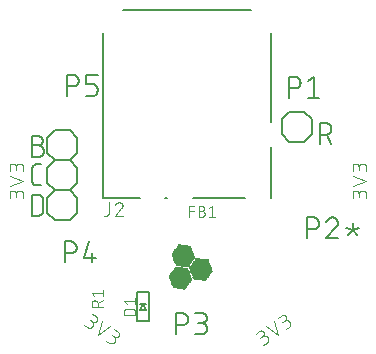
<source format=gbr>
G04 EAGLE Gerber RS-274X export*
G75*
%MOMM*%
%FSLAX34Y34*%
%LPD*%
%INSilkscreen Top*%
%IPPOS*%
%AMOC8*
5,1,8,0,0,1.08239X$1,22.5*%
G01*
%ADD10C,0.101600*%
%ADD11C,0.152400*%
%ADD12R,0.014731X0.014731*%
%ADD13R,0.147319X0.014731*%
%ADD14R,0.265175X0.014731*%
%ADD15R,0.383031X0.014731*%
%ADD16R,0.515619X0.014731*%
%ADD17R,0.633475X0.014731*%
%ADD18R,0.751331X0.014731*%
%ADD19R,0.883919X0.014731*%
%ADD20R,1.001775X0.014731*%
%ADD21R,1.119631X0.014731*%
%ADD22R,1.134363X0.014731*%
%ADD23R,1.149094X0.014731*%
%ADD24R,1.163825X0.014731*%
%ADD25R,1.178556X0.014731*%
%ADD26R,1.193288X0.014731*%
%ADD27R,1.222756X0.014731*%
%ADD28R,1.237488X0.014731*%
%ADD29R,1.266950X0.014731*%
%ADD30R,1.281681X0.014731*%
%ADD31R,1.311144X0.014731*%
%ADD32R,1.325881X0.014731*%
%ADD33R,1.355344X0.014731*%
%ADD34R,1.370075X0.014731*%
%ADD35R,1.384806X0.014731*%
%ADD36R,1.399538X0.014731*%
%ADD37R,1.414275X0.014731*%
%ADD38R,1.443738X0.014731*%
%ADD39R,1.458469X0.014731*%
%ADD40R,1.487931X0.014731*%
%ADD41R,1.502663X0.014731*%
%ADD42R,1.517394X0.014731*%
%ADD43R,1.532125X0.014731*%
%ADD44R,1.546856X0.014731*%
%ADD45R,1.576319X0.014731*%
%ADD46R,1.605788X0.014731*%
%ADD47R,1.620519X0.014731*%
%ADD48R,1.649981X0.014731*%
%ADD49R,1.664713X0.014731*%
%ADD50R,1.694175X0.014731*%
%ADD51R,1.708913X0.014731*%
%ADD52R,1.738375X0.014731*%
%ADD53R,1.753106X0.014731*%
%ADD54R,1.767838X0.014731*%
%ADD55R,1.782569X0.014731*%
%ADD56R,1.797306X0.014731*%
%ADD57R,0.117856X0.014731*%
%ADD58R,1.826769X0.014731*%
%ADD59R,0.235713X0.014731*%
%ADD60R,0.353569X0.014731*%
%ADD61R,1.856231X0.014731*%
%ADD62R,0.486156X0.014731*%
%ADD63R,1.870963X0.014731*%
%ADD64R,0.604013X0.014731*%
%ADD65R,0.721869X0.014731*%
%ADD66R,1.885694X0.014731*%
%ADD67R,0.839719X0.014731*%
%ADD68R,0.972306X0.014731*%
%ADD69R,1.090169X0.014731*%
%ADD70R,1.208025X0.014731*%
%ADD71R,1.252219X0.014731*%
%ADD72R,1.296412X0.014731*%
%ADD73R,1.340612X0.014731*%
%ADD74R,1.826763X0.014731*%
%ADD75R,1.414269X0.014731*%
%ADD76R,1.812031X0.014731*%
%ADD77R,1.429000X0.014731*%
%ADD78R,1.458462X0.014731*%
%ADD79R,1.473200X0.014731*%
%ADD80R,1.723644X0.014731*%
%ADD81R,1.694181X0.014731*%
%ADD82R,1.679450X0.014731*%
%ADD83R,1.561594X0.014731*%
%ADD84R,1.576325X0.014731*%
%ADD85R,1.591056X0.014731*%
%ADD86R,1.635250X0.014731*%
%ADD87R,1.561588X0.014731*%
%ADD88R,1.443731X0.014731*%
%ADD89R,1.797300X0.014731*%
%ADD90R,1.841500X0.014731*%
%ADD91R,1.311150X0.014731*%
%ADD92R,1.296419X0.014731*%
%ADD93R,1.193294X0.014731*%
%ADD94R,0.957575X0.014731*%
%ADD95R,0.589281X0.014731*%
%ADD96R,0.471425X0.014731*%
%ADD97R,0.220975X0.014731*%
%ADD98R,1.812038X0.014731*%
%ADD99R,0.103119X0.014731*%
%ADD100R,0.029463X0.014731*%
%ADD101R,0.162050X0.014731*%
%ADD102R,0.397763X0.014731*%
%ADD103R,0.648206X0.014731*%
%ADD104R,1.679444X0.014731*%
%ADD105R,1.016506X0.014731*%
%ADD106R,1.104900X0.014731*%
%ADD107R,1.222750X0.014731*%
%ADD108R,1.429006X0.014731*%
%ADD109R,1.208019X0.014731*%
%ADD110R,0.987044X0.014731*%
%ADD111R,0.854456X0.014731*%
%ADD112R,0.618744X0.014731*%
%ADD113R,0.500888X0.014731*%
%ADD114R,0.368300X0.014731*%
%ADD115R,0.132587X0.014731*%
%ADD116R,1.664719X0.014731*%
%ADD117R,1.075438X0.014731*%
%ADD118R,0.942844X0.014731*%
%ADD119R,0.707131X0.014731*%
%ADD120R,0.456694X0.014731*%
%ADD121R,0.088388X0.014731*%
%ADD122C,0.127000*%
%ADD123C,0.076200*%


D10*
X497242Y331524D02*
X497242Y334770D01*
X497240Y334883D01*
X497234Y334996D01*
X497224Y335109D01*
X497210Y335222D01*
X497193Y335334D01*
X497171Y335445D01*
X497146Y335555D01*
X497116Y335665D01*
X497083Y335773D01*
X497046Y335880D01*
X497006Y335986D01*
X496961Y336090D01*
X496913Y336193D01*
X496862Y336294D01*
X496807Y336393D01*
X496749Y336490D01*
X496687Y336585D01*
X496622Y336678D01*
X496554Y336768D01*
X496483Y336856D01*
X496408Y336942D01*
X496331Y337025D01*
X496251Y337105D01*
X496168Y337182D01*
X496082Y337257D01*
X495994Y337328D01*
X495904Y337396D01*
X495811Y337461D01*
X495716Y337523D01*
X495619Y337581D01*
X495520Y337636D01*
X495419Y337687D01*
X495316Y337735D01*
X495212Y337780D01*
X495106Y337820D01*
X494999Y337857D01*
X494891Y337890D01*
X494781Y337920D01*
X494671Y337945D01*
X494560Y337967D01*
X494448Y337984D01*
X494335Y337998D01*
X494222Y338008D01*
X494109Y338014D01*
X493996Y338016D01*
X493883Y338014D01*
X493770Y338008D01*
X493657Y337998D01*
X493544Y337984D01*
X493432Y337967D01*
X493321Y337945D01*
X493211Y337920D01*
X493101Y337890D01*
X492993Y337857D01*
X492886Y337820D01*
X492780Y337780D01*
X492676Y337735D01*
X492573Y337687D01*
X492472Y337636D01*
X492373Y337581D01*
X492276Y337523D01*
X492181Y337461D01*
X492088Y337396D01*
X491998Y337328D01*
X491910Y337257D01*
X491824Y337182D01*
X491741Y337105D01*
X491661Y337025D01*
X491584Y336942D01*
X491509Y336856D01*
X491438Y336768D01*
X491370Y336678D01*
X491305Y336585D01*
X491243Y336490D01*
X491185Y336393D01*
X491130Y336294D01*
X491079Y336193D01*
X491031Y336090D01*
X490986Y335986D01*
X490946Y335880D01*
X490909Y335773D01*
X490876Y335665D01*
X490846Y335555D01*
X490821Y335445D01*
X490799Y335334D01*
X490782Y335222D01*
X490768Y335109D01*
X490758Y334996D01*
X490752Y334883D01*
X490750Y334770D01*
X485558Y335419D02*
X485558Y331524D01*
X485558Y335419D02*
X485560Y335520D01*
X485566Y335620D01*
X485576Y335720D01*
X485589Y335820D01*
X485607Y335919D01*
X485628Y336018D01*
X485653Y336115D01*
X485682Y336212D01*
X485715Y336307D01*
X485751Y336401D01*
X485791Y336493D01*
X485834Y336584D01*
X485881Y336673D01*
X485931Y336760D01*
X485985Y336846D01*
X486042Y336929D01*
X486102Y337009D01*
X486165Y337088D01*
X486232Y337164D01*
X486301Y337237D01*
X486373Y337307D01*
X486447Y337375D01*
X486524Y337440D01*
X486604Y337501D01*
X486686Y337560D01*
X486770Y337615D01*
X486856Y337667D01*
X486944Y337716D01*
X487034Y337761D01*
X487126Y337803D01*
X487219Y337841D01*
X487314Y337875D01*
X487409Y337906D01*
X487506Y337933D01*
X487604Y337956D01*
X487703Y337976D01*
X487803Y337991D01*
X487903Y338003D01*
X488003Y338011D01*
X488104Y338015D01*
X488204Y338015D01*
X488305Y338011D01*
X488405Y338003D01*
X488505Y337991D01*
X488605Y337976D01*
X488704Y337956D01*
X488802Y337933D01*
X488899Y337906D01*
X488994Y337875D01*
X489089Y337841D01*
X489182Y337803D01*
X489274Y337761D01*
X489364Y337716D01*
X489452Y337667D01*
X489538Y337615D01*
X489622Y337560D01*
X489704Y337501D01*
X489784Y337440D01*
X489861Y337375D01*
X489935Y337307D01*
X490007Y337237D01*
X490076Y337164D01*
X490143Y337088D01*
X490206Y337009D01*
X490266Y336929D01*
X490323Y336846D01*
X490377Y336760D01*
X490427Y336673D01*
X490474Y336584D01*
X490517Y336493D01*
X490557Y336401D01*
X490593Y336307D01*
X490626Y336212D01*
X490655Y336115D01*
X490680Y336018D01*
X490701Y335919D01*
X490719Y335820D01*
X490732Y335720D01*
X490742Y335620D01*
X490748Y335520D01*
X490750Y335419D01*
X490751Y335419D02*
X490751Y332823D01*
X485558Y342305D02*
X497242Y346200D01*
X485558Y350095D01*
X497242Y354384D02*
X497242Y357630D01*
X497240Y357743D01*
X497234Y357856D01*
X497224Y357969D01*
X497210Y358082D01*
X497193Y358194D01*
X497171Y358305D01*
X497146Y358415D01*
X497116Y358525D01*
X497083Y358633D01*
X497046Y358740D01*
X497006Y358846D01*
X496961Y358950D01*
X496913Y359053D01*
X496862Y359154D01*
X496807Y359253D01*
X496749Y359350D01*
X496687Y359445D01*
X496622Y359538D01*
X496554Y359628D01*
X496483Y359716D01*
X496408Y359802D01*
X496331Y359885D01*
X496251Y359965D01*
X496168Y360042D01*
X496082Y360117D01*
X495994Y360188D01*
X495904Y360256D01*
X495811Y360321D01*
X495716Y360383D01*
X495619Y360441D01*
X495520Y360496D01*
X495419Y360547D01*
X495316Y360595D01*
X495212Y360640D01*
X495106Y360680D01*
X494999Y360717D01*
X494891Y360750D01*
X494781Y360780D01*
X494671Y360805D01*
X494560Y360827D01*
X494448Y360844D01*
X494335Y360858D01*
X494222Y360868D01*
X494109Y360874D01*
X493996Y360876D01*
X493883Y360874D01*
X493770Y360868D01*
X493657Y360858D01*
X493544Y360844D01*
X493432Y360827D01*
X493321Y360805D01*
X493211Y360780D01*
X493101Y360750D01*
X492993Y360717D01*
X492886Y360680D01*
X492780Y360640D01*
X492676Y360595D01*
X492573Y360547D01*
X492472Y360496D01*
X492373Y360441D01*
X492276Y360383D01*
X492181Y360321D01*
X492088Y360256D01*
X491998Y360188D01*
X491910Y360117D01*
X491824Y360042D01*
X491741Y359965D01*
X491661Y359885D01*
X491584Y359802D01*
X491509Y359716D01*
X491438Y359628D01*
X491370Y359538D01*
X491305Y359445D01*
X491243Y359350D01*
X491185Y359253D01*
X491130Y359154D01*
X491079Y359053D01*
X491031Y358950D01*
X490986Y358846D01*
X490946Y358740D01*
X490909Y358633D01*
X490876Y358525D01*
X490846Y358415D01*
X490821Y358305D01*
X490799Y358194D01*
X490782Y358082D01*
X490768Y357969D01*
X490758Y357856D01*
X490752Y357743D01*
X490750Y357630D01*
X485558Y358279D02*
X485558Y354384D01*
X485558Y358279D02*
X485560Y358380D01*
X485566Y358480D01*
X485576Y358580D01*
X485589Y358680D01*
X485607Y358779D01*
X485628Y358878D01*
X485653Y358975D01*
X485682Y359072D01*
X485715Y359167D01*
X485751Y359261D01*
X485791Y359353D01*
X485834Y359444D01*
X485881Y359533D01*
X485931Y359620D01*
X485985Y359706D01*
X486042Y359789D01*
X486102Y359869D01*
X486165Y359948D01*
X486232Y360024D01*
X486301Y360097D01*
X486373Y360167D01*
X486447Y360235D01*
X486524Y360300D01*
X486604Y360361D01*
X486686Y360420D01*
X486770Y360475D01*
X486856Y360527D01*
X486944Y360576D01*
X487034Y360621D01*
X487126Y360663D01*
X487219Y360701D01*
X487314Y360735D01*
X487409Y360766D01*
X487506Y360793D01*
X487604Y360816D01*
X487703Y360836D01*
X487803Y360851D01*
X487903Y360863D01*
X488003Y360871D01*
X488104Y360875D01*
X488204Y360875D01*
X488305Y360871D01*
X488405Y360863D01*
X488505Y360851D01*
X488605Y360836D01*
X488704Y360816D01*
X488802Y360793D01*
X488899Y360766D01*
X488994Y360735D01*
X489089Y360701D01*
X489182Y360663D01*
X489274Y360621D01*
X489364Y360576D01*
X489452Y360527D01*
X489538Y360475D01*
X489622Y360420D01*
X489704Y360361D01*
X489784Y360300D01*
X489861Y360235D01*
X489935Y360167D01*
X490007Y360097D01*
X490076Y360024D01*
X490143Y359948D01*
X490206Y359869D01*
X490266Y359789D01*
X490323Y359706D01*
X490377Y359620D01*
X490427Y359533D01*
X490474Y359444D01*
X490517Y359353D01*
X490557Y359261D01*
X490593Y359167D01*
X490626Y359072D01*
X490655Y358975D01*
X490680Y358878D01*
X490701Y358779D01*
X490719Y358680D01*
X490732Y358580D01*
X490742Y358480D01*
X490748Y358380D01*
X490750Y358279D01*
X490751Y358279D02*
X490751Y355683D01*
X412788Y209159D02*
X410129Y207297D01*
X412788Y209158D02*
X412879Y209225D01*
X412969Y209294D01*
X413056Y209367D01*
X413140Y209443D01*
X413221Y209522D01*
X413300Y209603D01*
X413376Y209687D01*
X413449Y209774D01*
X413518Y209864D01*
X413585Y209955D01*
X413648Y210049D01*
X413708Y210145D01*
X413765Y210243D01*
X413818Y210343D01*
X413868Y210445D01*
X413914Y210549D01*
X413956Y210654D01*
X413995Y210760D01*
X414030Y210868D01*
X414061Y210977D01*
X414089Y211087D01*
X414112Y211198D01*
X414132Y211309D01*
X414148Y211421D01*
X414160Y211534D01*
X414168Y211647D01*
X414172Y211760D01*
X414172Y211874D01*
X414168Y211987D01*
X414160Y212100D01*
X414148Y212213D01*
X414132Y212325D01*
X414112Y212436D01*
X414089Y212547D01*
X414061Y212657D01*
X414030Y212766D01*
X413995Y212874D01*
X413956Y212980D01*
X413914Y213085D01*
X413868Y213189D01*
X413818Y213291D01*
X413765Y213391D01*
X413708Y213489D01*
X413648Y213585D01*
X413585Y213679D01*
X413518Y213770D01*
X413449Y213860D01*
X413376Y213947D01*
X413300Y214031D01*
X413221Y214112D01*
X413140Y214191D01*
X413056Y214267D01*
X412969Y214340D01*
X412880Y214409D01*
X412788Y214476D01*
X412694Y214539D01*
X412598Y214599D01*
X412500Y214656D01*
X412400Y214709D01*
X412298Y214759D01*
X412194Y214805D01*
X412089Y214847D01*
X411983Y214886D01*
X411875Y214921D01*
X411766Y214952D01*
X411656Y214980D01*
X411545Y215003D01*
X411434Y215023D01*
X411322Y215039D01*
X411209Y215051D01*
X411096Y215059D01*
X410983Y215063D01*
X410869Y215063D01*
X410756Y215059D01*
X410643Y215051D01*
X410530Y215039D01*
X410418Y215023D01*
X410307Y215003D01*
X410196Y214980D01*
X410086Y214952D01*
X409977Y214921D01*
X409869Y214886D01*
X409763Y214847D01*
X409658Y214805D01*
X409554Y214759D01*
X409452Y214709D01*
X409352Y214656D01*
X409254Y214599D01*
X409158Y214539D01*
X409064Y214476D01*
X406618Y219102D02*
X403428Y216868D01*
X406618Y219102D02*
X406702Y219158D01*
X406787Y219211D01*
X406875Y219260D01*
X406964Y219306D01*
X407056Y219349D01*
X407149Y219388D01*
X407243Y219423D01*
X407338Y219455D01*
X407435Y219483D01*
X407533Y219507D01*
X407631Y219527D01*
X407731Y219544D01*
X407831Y219556D01*
X407931Y219565D01*
X408032Y219570D01*
X408132Y219571D01*
X408233Y219568D01*
X408333Y219561D01*
X408433Y219550D01*
X408533Y219536D01*
X408632Y219517D01*
X408730Y219495D01*
X408827Y219469D01*
X408924Y219439D01*
X409019Y219406D01*
X409112Y219369D01*
X409204Y219328D01*
X409295Y219283D01*
X409383Y219236D01*
X409470Y219184D01*
X409554Y219130D01*
X409637Y219072D01*
X409717Y219011D01*
X409795Y218947D01*
X409870Y218880D01*
X409943Y218811D01*
X410012Y218738D01*
X410079Y218663D01*
X410143Y218585D01*
X410204Y218505D01*
X410262Y218422D01*
X410316Y218338D01*
X410368Y218251D01*
X410415Y218163D01*
X410460Y218072D01*
X410501Y217980D01*
X410538Y217886D01*
X410571Y217792D01*
X410601Y217695D01*
X410627Y217598D01*
X410649Y217500D01*
X410668Y217401D01*
X410682Y217301D01*
X410693Y217201D01*
X410700Y217101D01*
X410703Y217000D01*
X410702Y216900D01*
X410697Y216799D01*
X410688Y216699D01*
X410676Y216599D01*
X410659Y216499D01*
X410639Y216401D01*
X410615Y216303D01*
X410587Y216206D01*
X410555Y216111D01*
X410520Y216017D01*
X410481Y215924D01*
X410438Y215832D01*
X410392Y215743D01*
X410343Y215655D01*
X410290Y215570D01*
X410234Y215486D01*
X410174Y215405D01*
X410112Y215326D01*
X410046Y215249D01*
X409978Y215175D01*
X409907Y215104D01*
X409833Y215036D01*
X409756Y214970D01*
X409677Y214908D01*
X409596Y214848D01*
X407470Y213359D01*
X412259Y223052D02*
X422151Y215714D01*
X418639Y227519D01*
X428855Y220409D02*
X431514Y222270D01*
X431605Y222337D01*
X431695Y222406D01*
X431782Y222479D01*
X431866Y222555D01*
X431947Y222634D01*
X432026Y222715D01*
X432102Y222799D01*
X432175Y222886D01*
X432244Y222976D01*
X432311Y223067D01*
X432374Y223161D01*
X432434Y223257D01*
X432491Y223355D01*
X432544Y223455D01*
X432594Y223557D01*
X432640Y223661D01*
X432682Y223766D01*
X432721Y223872D01*
X432756Y223980D01*
X432787Y224089D01*
X432815Y224199D01*
X432838Y224310D01*
X432858Y224421D01*
X432874Y224533D01*
X432886Y224646D01*
X432894Y224759D01*
X432898Y224872D01*
X432898Y224986D01*
X432894Y225099D01*
X432886Y225212D01*
X432874Y225325D01*
X432858Y225437D01*
X432838Y225548D01*
X432815Y225659D01*
X432787Y225769D01*
X432756Y225878D01*
X432721Y225986D01*
X432682Y226092D01*
X432640Y226197D01*
X432594Y226301D01*
X432544Y226403D01*
X432491Y226503D01*
X432434Y226601D01*
X432374Y226697D01*
X432311Y226791D01*
X432244Y226882D01*
X432175Y226972D01*
X432102Y227059D01*
X432026Y227143D01*
X431947Y227224D01*
X431866Y227303D01*
X431782Y227379D01*
X431695Y227452D01*
X431606Y227521D01*
X431514Y227588D01*
X431420Y227651D01*
X431324Y227711D01*
X431226Y227768D01*
X431126Y227821D01*
X431024Y227871D01*
X430920Y227917D01*
X430815Y227959D01*
X430709Y227998D01*
X430601Y228033D01*
X430492Y228064D01*
X430382Y228092D01*
X430271Y228115D01*
X430160Y228135D01*
X430048Y228151D01*
X429935Y228163D01*
X429822Y228171D01*
X429709Y228175D01*
X429595Y228175D01*
X429482Y228171D01*
X429369Y228163D01*
X429256Y228151D01*
X429144Y228135D01*
X429033Y228115D01*
X428922Y228092D01*
X428812Y228064D01*
X428703Y228033D01*
X428595Y227998D01*
X428489Y227959D01*
X428384Y227917D01*
X428280Y227871D01*
X428178Y227821D01*
X428078Y227768D01*
X427980Y227711D01*
X427884Y227651D01*
X427790Y227588D01*
X425344Y232214D02*
X422153Y229980D01*
X425344Y232214D02*
X425428Y232270D01*
X425513Y232323D01*
X425601Y232372D01*
X425690Y232418D01*
X425782Y232461D01*
X425875Y232500D01*
X425969Y232535D01*
X426064Y232567D01*
X426161Y232595D01*
X426259Y232619D01*
X426357Y232639D01*
X426457Y232656D01*
X426557Y232668D01*
X426657Y232677D01*
X426758Y232682D01*
X426858Y232683D01*
X426959Y232680D01*
X427059Y232673D01*
X427159Y232662D01*
X427259Y232648D01*
X427358Y232629D01*
X427456Y232607D01*
X427553Y232581D01*
X427650Y232551D01*
X427745Y232518D01*
X427838Y232481D01*
X427930Y232440D01*
X428021Y232395D01*
X428109Y232348D01*
X428196Y232296D01*
X428280Y232242D01*
X428363Y232184D01*
X428443Y232123D01*
X428521Y232059D01*
X428596Y231992D01*
X428669Y231923D01*
X428738Y231850D01*
X428805Y231775D01*
X428869Y231697D01*
X428930Y231617D01*
X428988Y231534D01*
X429042Y231450D01*
X429094Y231363D01*
X429141Y231275D01*
X429186Y231184D01*
X429227Y231092D01*
X429264Y230998D01*
X429297Y230904D01*
X429327Y230807D01*
X429353Y230710D01*
X429375Y230612D01*
X429394Y230513D01*
X429408Y230413D01*
X429419Y230313D01*
X429426Y230213D01*
X429429Y230112D01*
X429428Y230012D01*
X429423Y229911D01*
X429414Y229811D01*
X429402Y229711D01*
X429385Y229611D01*
X429365Y229513D01*
X429341Y229415D01*
X429313Y229318D01*
X429281Y229223D01*
X429246Y229129D01*
X429207Y229036D01*
X429164Y228944D01*
X429118Y228855D01*
X429069Y228767D01*
X429016Y228682D01*
X428960Y228598D01*
X428900Y228517D01*
X428838Y228438D01*
X428772Y228361D01*
X428704Y228287D01*
X428633Y228216D01*
X428559Y228148D01*
X428482Y228082D01*
X428403Y228020D01*
X428322Y227960D01*
X426195Y226471D01*
X260886Y222270D02*
X258228Y224132D01*
X260886Y222270D02*
X260980Y222207D01*
X261076Y222147D01*
X261174Y222090D01*
X261274Y222037D01*
X261376Y221987D01*
X261480Y221941D01*
X261585Y221899D01*
X261691Y221860D01*
X261799Y221825D01*
X261908Y221794D01*
X262018Y221766D01*
X262129Y221743D01*
X262240Y221723D01*
X262352Y221707D01*
X262465Y221695D01*
X262578Y221687D01*
X262691Y221683D01*
X262805Y221683D01*
X262918Y221687D01*
X263031Y221695D01*
X263144Y221707D01*
X263256Y221723D01*
X263367Y221743D01*
X263478Y221766D01*
X263588Y221794D01*
X263697Y221825D01*
X263805Y221860D01*
X263911Y221899D01*
X264016Y221941D01*
X264120Y221987D01*
X264222Y222037D01*
X264322Y222090D01*
X264420Y222147D01*
X264516Y222207D01*
X264610Y222270D01*
X264701Y222337D01*
X264791Y222406D01*
X264878Y222479D01*
X264962Y222555D01*
X265043Y222634D01*
X265122Y222715D01*
X265198Y222799D01*
X265271Y222886D01*
X265340Y222976D01*
X265407Y223067D01*
X265470Y223161D01*
X265530Y223257D01*
X265587Y223355D01*
X265640Y223455D01*
X265690Y223557D01*
X265736Y223661D01*
X265778Y223766D01*
X265817Y223872D01*
X265852Y223980D01*
X265883Y224089D01*
X265911Y224199D01*
X265934Y224310D01*
X265954Y224421D01*
X265970Y224533D01*
X265982Y224646D01*
X265990Y224759D01*
X265994Y224872D01*
X265994Y224986D01*
X265990Y225099D01*
X265982Y225212D01*
X265970Y225325D01*
X265954Y225437D01*
X265934Y225548D01*
X265911Y225659D01*
X265883Y225769D01*
X265852Y225878D01*
X265817Y225986D01*
X265778Y226092D01*
X265736Y226197D01*
X265690Y226301D01*
X265640Y226403D01*
X265587Y226503D01*
X265530Y226601D01*
X265470Y226697D01*
X265407Y226791D01*
X265340Y226882D01*
X265271Y226972D01*
X265198Y227059D01*
X265122Y227143D01*
X265043Y227224D01*
X264962Y227303D01*
X264878Y227379D01*
X264791Y227452D01*
X264702Y227521D01*
X264610Y227588D01*
X268120Y231469D02*
X264929Y233703D01*
X268119Y231469D02*
X268200Y231409D01*
X268279Y231347D01*
X268356Y231281D01*
X268430Y231213D01*
X268501Y231142D01*
X268569Y231068D01*
X268635Y230991D01*
X268697Y230912D01*
X268757Y230831D01*
X268813Y230747D01*
X268866Y230662D01*
X268915Y230574D01*
X268961Y230485D01*
X269004Y230393D01*
X269043Y230300D01*
X269078Y230206D01*
X269110Y230111D01*
X269138Y230014D01*
X269162Y229916D01*
X269182Y229818D01*
X269199Y229718D01*
X269211Y229618D01*
X269220Y229518D01*
X269225Y229418D01*
X269226Y229317D01*
X269223Y229216D01*
X269216Y229116D01*
X269205Y229016D01*
X269191Y228916D01*
X269172Y228817D01*
X269150Y228719D01*
X269124Y228622D01*
X269094Y228525D01*
X269061Y228431D01*
X269024Y228337D01*
X268983Y228245D01*
X268938Y228154D01*
X268891Y228066D01*
X268839Y227979D01*
X268785Y227895D01*
X268727Y227812D01*
X268666Y227732D01*
X268602Y227654D01*
X268535Y227579D01*
X268466Y227506D01*
X268393Y227437D01*
X268318Y227370D01*
X268240Y227306D01*
X268160Y227245D01*
X268077Y227187D01*
X267993Y227133D01*
X267906Y227081D01*
X267818Y227034D01*
X267727Y226989D01*
X267635Y226948D01*
X267541Y226911D01*
X267447Y226878D01*
X267350Y226848D01*
X267253Y226822D01*
X267155Y226800D01*
X267056Y226781D01*
X266956Y226767D01*
X266856Y226756D01*
X266756Y226749D01*
X266655Y226746D01*
X266554Y226747D01*
X266454Y226752D01*
X266354Y226761D01*
X266254Y226773D01*
X266154Y226790D01*
X266056Y226810D01*
X265958Y226834D01*
X265861Y226862D01*
X265766Y226894D01*
X265672Y226929D01*
X265579Y226968D01*
X265487Y227011D01*
X265398Y227057D01*
X265310Y227106D01*
X265225Y227159D01*
X265141Y227215D01*
X263014Y228705D01*
X273760Y227519D02*
X270249Y215714D01*
X280141Y223052D01*
X276953Y211020D02*
X279612Y209158D01*
X279706Y209095D01*
X279802Y209035D01*
X279900Y208978D01*
X280000Y208925D01*
X280102Y208875D01*
X280206Y208829D01*
X280311Y208787D01*
X280417Y208748D01*
X280525Y208713D01*
X280634Y208682D01*
X280744Y208654D01*
X280855Y208631D01*
X280966Y208611D01*
X281078Y208595D01*
X281191Y208583D01*
X281304Y208575D01*
X281417Y208571D01*
X281531Y208571D01*
X281644Y208575D01*
X281757Y208583D01*
X281870Y208595D01*
X281982Y208611D01*
X282093Y208631D01*
X282204Y208654D01*
X282314Y208682D01*
X282423Y208713D01*
X282531Y208748D01*
X282637Y208787D01*
X282742Y208829D01*
X282846Y208875D01*
X282948Y208925D01*
X283048Y208978D01*
X283146Y209035D01*
X283242Y209095D01*
X283336Y209158D01*
X283427Y209225D01*
X283517Y209294D01*
X283604Y209367D01*
X283688Y209443D01*
X283769Y209522D01*
X283848Y209603D01*
X283924Y209687D01*
X283997Y209774D01*
X284066Y209864D01*
X284133Y209955D01*
X284196Y210049D01*
X284256Y210145D01*
X284313Y210243D01*
X284366Y210343D01*
X284416Y210445D01*
X284462Y210549D01*
X284504Y210654D01*
X284543Y210760D01*
X284578Y210868D01*
X284609Y210977D01*
X284637Y211087D01*
X284660Y211198D01*
X284680Y211309D01*
X284696Y211421D01*
X284708Y211534D01*
X284716Y211647D01*
X284720Y211760D01*
X284720Y211874D01*
X284716Y211987D01*
X284708Y212100D01*
X284696Y212213D01*
X284680Y212325D01*
X284660Y212436D01*
X284637Y212547D01*
X284609Y212657D01*
X284578Y212766D01*
X284543Y212874D01*
X284504Y212980D01*
X284462Y213085D01*
X284416Y213189D01*
X284366Y213291D01*
X284313Y213391D01*
X284256Y213489D01*
X284196Y213585D01*
X284133Y213679D01*
X284066Y213770D01*
X283997Y213860D01*
X283924Y213947D01*
X283848Y214031D01*
X283769Y214112D01*
X283688Y214191D01*
X283604Y214267D01*
X283517Y214340D01*
X283428Y214409D01*
X283336Y214476D01*
X286845Y218357D02*
X283655Y220591D01*
X286845Y218357D02*
X286926Y218297D01*
X287005Y218235D01*
X287082Y218169D01*
X287156Y218101D01*
X287227Y218030D01*
X287295Y217956D01*
X287361Y217879D01*
X287423Y217800D01*
X287483Y217719D01*
X287539Y217635D01*
X287592Y217550D01*
X287641Y217462D01*
X287687Y217373D01*
X287730Y217281D01*
X287769Y217188D01*
X287804Y217094D01*
X287836Y216999D01*
X287864Y216902D01*
X287888Y216804D01*
X287908Y216706D01*
X287925Y216606D01*
X287937Y216506D01*
X287946Y216406D01*
X287951Y216306D01*
X287952Y216205D01*
X287949Y216104D01*
X287942Y216004D01*
X287931Y215904D01*
X287917Y215804D01*
X287898Y215705D01*
X287876Y215607D01*
X287850Y215510D01*
X287820Y215413D01*
X287787Y215319D01*
X287750Y215225D01*
X287709Y215133D01*
X287664Y215042D01*
X287617Y214954D01*
X287565Y214867D01*
X287511Y214783D01*
X287453Y214700D01*
X287392Y214620D01*
X287328Y214542D01*
X287261Y214467D01*
X287192Y214394D01*
X287119Y214325D01*
X287044Y214258D01*
X286966Y214194D01*
X286886Y214133D01*
X286803Y214075D01*
X286719Y214021D01*
X286632Y213969D01*
X286544Y213922D01*
X286453Y213877D01*
X286361Y213836D01*
X286267Y213799D01*
X286173Y213766D01*
X286076Y213736D01*
X285979Y213710D01*
X285881Y213688D01*
X285782Y213669D01*
X285682Y213655D01*
X285582Y213644D01*
X285482Y213637D01*
X285381Y213634D01*
X285280Y213635D01*
X285180Y213640D01*
X285080Y213649D01*
X284980Y213661D01*
X284880Y213678D01*
X284782Y213698D01*
X284684Y213722D01*
X284587Y213750D01*
X284492Y213782D01*
X284398Y213817D01*
X284305Y213856D01*
X284213Y213899D01*
X284124Y213945D01*
X284036Y213994D01*
X283951Y214047D01*
X283867Y214103D01*
X281740Y215593D01*
X206842Y331524D02*
X206842Y334770D01*
X206840Y334883D01*
X206834Y334996D01*
X206824Y335109D01*
X206810Y335222D01*
X206793Y335334D01*
X206771Y335445D01*
X206746Y335555D01*
X206716Y335665D01*
X206683Y335773D01*
X206646Y335880D01*
X206606Y335986D01*
X206561Y336090D01*
X206513Y336193D01*
X206462Y336294D01*
X206407Y336393D01*
X206349Y336490D01*
X206287Y336585D01*
X206222Y336678D01*
X206154Y336768D01*
X206083Y336856D01*
X206008Y336942D01*
X205931Y337025D01*
X205851Y337105D01*
X205768Y337182D01*
X205682Y337257D01*
X205594Y337328D01*
X205504Y337396D01*
X205411Y337461D01*
X205316Y337523D01*
X205219Y337581D01*
X205120Y337636D01*
X205019Y337687D01*
X204916Y337735D01*
X204812Y337780D01*
X204706Y337820D01*
X204599Y337857D01*
X204491Y337890D01*
X204381Y337920D01*
X204271Y337945D01*
X204160Y337967D01*
X204048Y337984D01*
X203935Y337998D01*
X203822Y338008D01*
X203709Y338014D01*
X203596Y338016D01*
X203483Y338014D01*
X203370Y338008D01*
X203257Y337998D01*
X203144Y337984D01*
X203032Y337967D01*
X202921Y337945D01*
X202811Y337920D01*
X202701Y337890D01*
X202593Y337857D01*
X202486Y337820D01*
X202380Y337780D01*
X202276Y337735D01*
X202173Y337687D01*
X202072Y337636D01*
X201973Y337581D01*
X201876Y337523D01*
X201781Y337461D01*
X201688Y337396D01*
X201598Y337328D01*
X201510Y337257D01*
X201424Y337182D01*
X201341Y337105D01*
X201261Y337025D01*
X201184Y336942D01*
X201109Y336856D01*
X201038Y336768D01*
X200970Y336678D01*
X200905Y336585D01*
X200843Y336490D01*
X200785Y336393D01*
X200730Y336294D01*
X200679Y336193D01*
X200631Y336090D01*
X200586Y335986D01*
X200546Y335880D01*
X200509Y335773D01*
X200476Y335665D01*
X200446Y335555D01*
X200421Y335445D01*
X200399Y335334D01*
X200382Y335222D01*
X200368Y335109D01*
X200358Y334996D01*
X200352Y334883D01*
X200350Y334770D01*
X195158Y335419D02*
X195158Y331524D01*
X195158Y335419D02*
X195160Y335520D01*
X195166Y335620D01*
X195176Y335720D01*
X195189Y335820D01*
X195207Y335919D01*
X195228Y336018D01*
X195253Y336115D01*
X195282Y336212D01*
X195315Y336307D01*
X195351Y336401D01*
X195391Y336493D01*
X195434Y336584D01*
X195481Y336673D01*
X195531Y336760D01*
X195585Y336846D01*
X195642Y336929D01*
X195702Y337009D01*
X195765Y337088D01*
X195832Y337164D01*
X195901Y337237D01*
X195973Y337307D01*
X196047Y337375D01*
X196124Y337440D01*
X196204Y337501D01*
X196286Y337560D01*
X196370Y337615D01*
X196456Y337667D01*
X196544Y337716D01*
X196634Y337761D01*
X196726Y337803D01*
X196819Y337841D01*
X196914Y337875D01*
X197009Y337906D01*
X197106Y337933D01*
X197204Y337956D01*
X197303Y337976D01*
X197403Y337991D01*
X197503Y338003D01*
X197603Y338011D01*
X197704Y338015D01*
X197804Y338015D01*
X197905Y338011D01*
X198005Y338003D01*
X198105Y337991D01*
X198205Y337976D01*
X198304Y337956D01*
X198402Y337933D01*
X198499Y337906D01*
X198594Y337875D01*
X198689Y337841D01*
X198782Y337803D01*
X198874Y337761D01*
X198964Y337716D01*
X199052Y337667D01*
X199138Y337615D01*
X199222Y337560D01*
X199304Y337501D01*
X199384Y337440D01*
X199461Y337375D01*
X199535Y337307D01*
X199607Y337237D01*
X199676Y337164D01*
X199743Y337088D01*
X199806Y337009D01*
X199866Y336929D01*
X199923Y336846D01*
X199977Y336760D01*
X200027Y336673D01*
X200074Y336584D01*
X200117Y336493D01*
X200157Y336401D01*
X200193Y336307D01*
X200226Y336212D01*
X200255Y336115D01*
X200280Y336018D01*
X200301Y335919D01*
X200319Y335820D01*
X200332Y335720D01*
X200342Y335620D01*
X200348Y335520D01*
X200350Y335419D01*
X200351Y335419D02*
X200351Y332823D01*
X195158Y342305D02*
X206842Y346200D01*
X195158Y350095D01*
X206842Y354384D02*
X206842Y357630D01*
X206840Y357743D01*
X206834Y357856D01*
X206824Y357969D01*
X206810Y358082D01*
X206793Y358194D01*
X206771Y358305D01*
X206746Y358415D01*
X206716Y358525D01*
X206683Y358633D01*
X206646Y358740D01*
X206606Y358846D01*
X206561Y358950D01*
X206513Y359053D01*
X206462Y359154D01*
X206407Y359253D01*
X206349Y359350D01*
X206287Y359445D01*
X206222Y359538D01*
X206154Y359628D01*
X206083Y359716D01*
X206008Y359802D01*
X205931Y359885D01*
X205851Y359965D01*
X205768Y360042D01*
X205682Y360117D01*
X205594Y360188D01*
X205504Y360256D01*
X205411Y360321D01*
X205316Y360383D01*
X205219Y360441D01*
X205120Y360496D01*
X205019Y360547D01*
X204916Y360595D01*
X204812Y360640D01*
X204706Y360680D01*
X204599Y360717D01*
X204491Y360750D01*
X204381Y360780D01*
X204271Y360805D01*
X204160Y360827D01*
X204048Y360844D01*
X203935Y360858D01*
X203822Y360868D01*
X203709Y360874D01*
X203596Y360876D01*
X203483Y360874D01*
X203370Y360868D01*
X203257Y360858D01*
X203144Y360844D01*
X203032Y360827D01*
X202921Y360805D01*
X202811Y360780D01*
X202701Y360750D01*
X202593Y360717D01*
X202486Y360680D01*
X202380Y360640D01*
X202276Y360595D01*
X202173Y360547D01*
X202072Y360496D01*
X201973Y360441D01*
X201876Y360383D01*
X201781Y360321D01*
X201688Y360256D01*
X201598Y360188D01*
X201510Y360117D01*
X201424Y360042D01*
X201341Y359965D01*
X201261Y359885D01*
X201184Y359802D01*
X201109Y359716D01*
X201038Y359628D01*
X200970Y359538D01*
X200905Y359445D01*
X200843Y359350D01*
X200785Y359253D01*
X200730Y359154D01*
X200679Y359053D01*
X200631Y358950D01*
X200586Y358846D01*
X200546Y358740D01*
X200509Y358633D01*
X200476Y358525D01*
X200446Y358415D01*
X200421Y358305D01*
X200399Y358194D01*
X200382Y358082D01*
X200368Y357969D01*
X200358Y357856D01*
X200352Y357743D01*
X200350Y357630D01*
X195158Y358279D02*
X195158Y354384D01*
X195158Y358279D02*
X195160Y358380D01*
X195166Y358480D01*
X195176Y358580D01*
X195189Y358680D01*
X195207Y358779D01*
X195228Y358878D01*
X195253Y358975D01*
X195282Y359072D01*
X195315Y359167D01*
X195351Y359261D01*
X195391Y359353D01*
X195434Y359444D01*
X195481Y359533D01*
X195531Y359620D01*
X195585Y359706D01*
X195642Y359789D01*
X195702Y359869D01*
X195765Y359948D01*
X195832Y360024D01*
X195901Y360097D01*
X195973Y360167D01*
X196047Y360235D01*
X196124Y360300D01*
X196204Y360361D01*
X196286Y360420D01*
X196370Y360475D01*
X196456Y360527D01*
X196544Y360576D01*
X196634Y360621D01*
X196726Y360663D01*
X196819Y360701D01*
X196914Y360735D01*
X197009Y360766D01*
X197106Y360793D01*
X197204Y360816D01*
X197303Y360836D01*
X197403Y360851D01*
X197503Y360863D01*
X197603Y360871D01*
X197704Y360875D01*
X197804Y360875D01*
X197905Y360871D01*
X198005Y360863D01*
X198105Y360851D01*
X198205Y360836D01*
X198304Y360816D01*
X198402Y360793D01*
X198499Y360766D01*
X198594Y360735D01*
X198689Y360701D01*
X198782Y360663D01*
X198874Y360621D01*
X198964Y360576D01*
X199052Y360527D01*
X199138Y360475D01*
X199222Y360420D01*
X199304Y360361D01*
X199384Y360300D01*
X199461Y360235D01*
X199535Y360167D01*
X199607Y360097D01*
X199676Y360024D01*
X199743Y359948D01*
X199806Y359869D01*
X199866Y359789D01*
X199923Y359706D01*
X199977Y359620D01*
X200027Y359533D01*
X200074Y359444D01*
X200117Y359353D01*
X200157Y359261D01*
X200193Y359167D01*
X200226Y359072D01*
X200255Y358975D01*
X200280Y358878D01*
X200301Y358779D01*
X200319Y358680D01*
X200332Y358580D01*
X200342Y358480D01*
X200348Y358380D01*
X200350Y358279D01*
X200351Y358279D02*
X200351Y355683D01*
D11*
X431664Y416653D02*
X431664Y434433D01*
X436603Y434433D01*
X436743Y434431D01*
X436882Y434425D01*
X437022Y434415D01*
X437161Y434401D01*
X437300Y434384D01*
X437438Y434362D01*
X437575Y434336D01*
X437712Y434307D01*
X437848Y434274D01*
X437982Y434237D01*
X438116Y434196D01*
X438248Y434151D01*
X438380Y434102D01*
X438509Y434050D01*
X438637Y433995D01*
X438764Y433935D01*
X438889Y433872D01*
X439012Y433806D01*
X439133Y433736D01*
X439252Y433663D01*
X439369Y433586D01*
X439483Y433506D01*
X439596Y433423D01*
X439706Y433337D01*
X439813Y433247D01*
X439918Y433155D01*
X440020Y433060D01*
X440120Y432962D01*
X440217Y432861D01*
X440311Y432757D01*
X440401Y432651D01*
X440489Y432542D01*
X440574Y432431D01*
X440655Y432317D01*
X440734Y432202D01*
X440809Y432084D01*
X440880Y431964D01*
X440948Y431841D01*
X441013Y431718D01*
X441074Y431592D01*
X441132Y431464D01*
X441186Y431336D01*
X441236Y431205D01*
X441283Y431073D01*
X441326Y430940D01*
X441365Y430806D01*
X441400Y430671D01*
X441431Y430535D01*
X441459Y430397D01*
X441482Y430260D01*
X441502Y430121D01*
X441518Y429982D01*
X441530Y429843D01*
X441538Y429704D01*
X441542Y429564D01*
X441542Y429424D01*
X441538Y429284D01*
X441530Y429145D01*
X441518Y429006D01*
X441502Y428867D01*
X441482Y428728D01*
X441459Y428591D01*
X441431Y428453D01*
X441400Y428317D01*
X441365Y428182D01*
X441326Y428048D01*
X441283Y427915D01*
X441236Y427783D01*
X441186Y427652D01*
X441132Y427524D01*
X441074Y427396D01*
X441013Y427270D01*
X440948Y427147D01*
X440880Y427025D01*
X440809Y426904D01*
X440734Y426786D01*
X440655Y426671D01*
X440574Y426557D01*
X440489Y426446D01*
X440401Y426337D01*
X440311Y426231D01*
X440217Y426127D01*
X440120Y426026D01*
X440020Y425928D01*
X439918Y425833D01*
X439813Y425741D01*
X439706Y425651D01*
X439596Y425565D01*
X439483Y425482D01*
X439369Y425402D01*
X439252Y425325D01*
X439133Y425252D01*
X439012Y425182D01*
X438889Y425116D01*
X438764Y425053D01*
X438637Y424993D01*
X438509Y424938D01*
X438380Y424886D01*
X438248Y424837D01*
X438116Y424792D01*
X437982Y424751D01*
X437848Y424714D01*
X437712Y424681D01*
X437575Y424652D01*
X437438Y424626D01*
X437300Y424604D01*
X437161Y424587D01*
X437022Y424573D01*
X436882Y424563D01*
X436743Y424557D01*
X436603Y424555D01*
X431664Y424555D01*
X447659Y430481D02*
X452598Y434433D01*
X452598Y416653D01*
X457536Y416653D02*
X447659Y416653D01*
X447299Y315333D02*
X447299Y297553D01*
X447299Y315333D02*
X452238Y315333D01*
X452238Y315334D02*
X452378Y315332D01*
X452517Y315326D01*
X452657Y315316D01*
X452796Y315302D01*
X452935Y315285D01*
X453073Y315263D01*
X453210Y315237D01*
X453347Y315208D01*
X453483Y315175D01*
X453617Y315138D01*
X453751Y315097D01*
X453883Y315052D01*
X454015Y315003D01*
X454144Y314951D01*
X454272Y314896D01*
X454399Y314836D01*
X454524Y314773D01*
X454647Y314707D01*
X454768Y314637D01*
X454887Y314564D01*
X455004Y314487D01*
X455118Y314407D01*
X455231Y314324D01*
X455341Y314238D01*
X455448Y314148D01*
X455553Y314056D01*
X455655Y313961D01*
X455755Y313863D01*
X455852Y313762D01*
X455946Y313658D01*
X456036Y313552D01*
X456124Y313443D01*
X456209Y313332D01*
X456290Y313218D01*
X456369Y313103D01*
X456444Y312985D01*
X456515Y312865D01*
X456583Y312742D01*
X456648Y312619D01*
X456709Y312493D01*
X456767Y312365D01*
X456821Y312237D01*
X456871Y312106D01*
X456918Y311974D01*
X456961Y311841D01*
X457000Y311707D01*
X457035Y311572D01*
X457066Y311436D01*
X457094Y311298D01*
X457117Y311161D01*
X457137Y311022D01*
X457153Y310883D01*
X457165Y310744D01*
X457173Y310605D01*
X457177Y310465D01*
X457177Y310325D01*
X457173Y310185D01*
X457165Y310046D01*
X457153Y309907D01*
X457137Y309768D01*
X457117Y309629D01*
X457094Y309492D01*
X457066Y309354D01*
X457035Y309218D01*
X457000Y309083D01*
X456961Y308949D01*
X456918Y308816D01*
X456871Y308684D01*
X456821Y308553D01*
X456767Y308425D01*
X456709Y308297D01*
X456648Y308171D01*
X456583Y308048D01*
X456515Y307926D01*
X456444Y307805D01*
X456369Y307687D01*
X456290Y307572D01*
X456209Y307458D01*
X456124Y307347D01*
X456036Y307238D01*
X455946Y307132D01*
X455852Y307028D01*
X455755Y306927D01*
X455655Y306829D01*
X455553Y306734D01*
X455448Y306642D01*
X455341Y306552D01*
X455231Y306466D01*
X455118Y306383D01*
X455004Y306303D01*
X454887Y306226D01*
X454768Y306153D01*
X454647Y306083D01*
X454524Y306017D01*
X454399Y305954D01*
X454272Y305894D01*
X454144Y305839D01*
X454015Y305787D01*
X453883Y305738D01*
X453751Y305693D01*
X453617Y305652D01*
X453483Y305615D01*
X453347Y305582D01*
X453210Y305553D01*
X453073Y305527D01*
X452935Y305505D01*
X452796Y305488D01*
X452657Y305474D01*
X452517Y305464D01*
X452378Y305458D01*
X452238Y305456D01*
X447299Y305456D01*
X468726Y315333D02*
X468858Y315331D01*
X468989Y315325D01*
X469121Y315315D01*
X469252Y315302D01*
X469382Y315284D01*
X469512Y315263D01*
X469642Y315238D01*
X469770Y315209D01*
X469898Y315176D01*
X470024Y315139D01*
X470150Y315099D01*
X470274Y315055D01*
X470397Y315007D01*
X470518Y314956D01*
X470638Y314901D01*
X470756Y314843D01*
X470872Y314781D01*
X470986Y314715D01*
X471099Y314647D01*
X471209Y314575D01*
X471317Y314500D01*
X471423Y314421D01*
X471527Y314340D01*
X471628Y314255D01*
X471726Y314168D01*
X471822Y314077D01*
X471915Y313984D01*
X472006Y313888D01*
X472093Y313790D01*
X472178Y313689D01*
X472259Y313585D01*
X472338Y313479D01*
X472413Y313371D01*
X472485Y313261D01*
X472553Y313148D01*
X472619Y313034D01*
X472681Y312918D01*
X472739Y312800D01*
X472794Y312680D01*
X472845Y312559D01*
X472893Y312436D01*
X472937Y312312D01*
X472977Y312186D01*
X473014Y312060D01*
X473047Y311932D01*
X473076Y311804D01*
X473101Y311674D01*
X473122Y311544D01*
X473140Y311414D01*
X473153Y311283D01*
X473163Y311151D01*
X473169Y311020D01*
X473171Y310888D01*
X468726Y315334D02*
X468576Y315332D01*
X468427Y315326D01*
X468278Y315316D01*
X468129Y315303D01*
X467980Y315285D01*
X467832Y315264D01*
X467684Y315238D01*
X467538Y315209D01*
X467392Y315176D01*
X467247Y315139D01*
X467103Y315098D01*
X466960Y315054D01*
X466818Y315006D01*
X466678Y314954D01*
X466539Y314899D01*
X466401Y314840D01*
X466266Y314777D01*
X466131Y314711D01*
X465999Y314641D01*
X465869Y314568D01*
X465740Y314491D01*
X465613Y314411D01*
X465489Y314328D01*
X465367Y314242D01*
X465247Y314152D01*
X465130Y314059D01*
X465015Y313964D01*
X464902Y313865D01*
X464792Y313763D01*
X464685Y313659D01*
X464581Y313552D01*
X464479Y313442D01*
X464381Y313329D01*
X464285Y313214D01*
X464193Y313096D01*
X464103Y312976D01*
X464017Y312854D01*
X463934Y312730D01*
X463854Y312603D01*
X463778Y312475D01*
X463705Y312344D01*
X463635Y312211D01*
X463569Y312077D01*
X463507Y311941D01*
X463448Y311804D01*
X463392Y311665D01*
X463341Y311524D01*
X463293Y311383D01*
X471689Y307431D02*
X471785Y307524D01*
X471877Y307620D01*
X471967Y307719D01*
X472054Y307820D01*
X472139Y307923D01*
X472220Y308028D01*
X472298Y308136D01*
X472373Y308246D01*
X472446Y308358D01*
X472515Y308472D01*
X472581Y308588D01*
X472643Y308706D01*
X472702Y308825D01*
X472758Y308946D01*
X472811Y309069D01*
X472860Y309193D01*
X472905Y309318D01*
X472948Y309445D01*
X472986Y309572D01*
X473021Y309701D01*
X473052Y309830D01*
X473080Y309961D01*
X473104Y310092D01*
X473125Y310224D01*
X473141Y310356D01*
X473154Y310489D01*
X473164Y310622D01*
X473169Y310755D01*
X473171Y310888D01*
X471690Y307431D02*
X463294Y297553D01*
X473171Y297553D01*
X485541Y304468D02*
X485541Y310395D01*
X485541Y304468D02*
X488999Y300023D01*
X485541Y304468D02*
X482084Y300023D01*
X485541Y304468D02*
X490974Y306443D01*
X485541Y304468D02*
X480109Y306443D01*
X336439Y234125D02*
X336439Y216345D01*
X336439Y234125D02*
X341378Y234125D01*
X341518Y234123D01*
X341657Y234117D01*
X341797Y234107D01*
X341936Y234093D01*
X342075Y234076D01*
X342213Y234054D01*
X342350Y234028D01*
X342487Y233999D01*
X342623Y233966D01*
X342757Y233929D01*
X342891Y233888D01*
X343023Y233843D01*
X343155Y233794D01*
X343284Y233742D01*
X343412Y233687D01*
X343539Y233627D01*
X343664Y233564D01*
X343787Y233498D01*
X343908Y233428D01*
X344027Y233355D01*
X344144Y233278D01*
X344258Y233198D01*
X344371Y233115D01*
X344481Y233029D01*
X344588Y232939D01*
X344693Y232847D01*
X344795Y232752D01*
X344895Y232654D01*
X344992Y232553D01*
X345086Y232449D01*
X345176Y232343D01*
X345264Y232234D01*
X345349Y232123D01*
X345430Y232009D01*
X345509Y231894D01*
X345584Y231776D01*
X345655Y231656D01*
X345723Y231533D01*
X345788Y231410D01*
X345849Y231284D01*
X345907Y231156D01*
X345961Y231028D01*
X346011Y230897D01*
X346058Y230765D01*
X346101Y230632D01*
X346140Y230498D01*
X346175Y230363D01*
X346206Y230227D01*
X346234Y230089D01*
X346257Y229952D01*
X346277Y229813D01*
X346293Y229674D01*
X346305Y229535D01*
X346313Y229396D01*
X346317Y229256D01*
X346317Y229116D01*
X346313Y228976D01*
X346305Y228837D01*
X346293Y228698D01*
X346277Y228559D01*
X346257Y228420D01*
X346234Y228283D01*
X346206Y228145D01*
X346175Y228009D01*
X346140Y227874D01*
X346101Y227740D01*
X346058Y227607D01*
X346011Y227475D01*
X345961Y227344D01*
X345907Y227216D01*
X345849Y227088D01*
X345788Y226962D01*
X345723Y226839D01*
X345655Y226717D01*
X345584Y226596D01*
X345509Y226478D01*
X345430Y226363D01*
X345349Y226249D01*
X345264Y226138D01*
X345176Y226029D01*
X345086Y225923D01*
X344992Y225819D01*
X344895Y225718D01*
X344795Y225620D01*
X344693Y225525D01*
X344588Y225433D01*
X344481Y225343D01*
X344371Y225257D01*
X344258Y225174D01*
X344144Y225094D01*
X344027Y225017D01*
X343908Y224944D01*
X343787Y224874D01*
X343664Y224808D01*
X343539Y224745D01*
X343412Y224685D01*
X343284Y224630D01*
X343155Y224578D01*
X343023Y224529D01*
X342891Y224484D01*
X342757Y224443D01*
X342623Y224406D01*
X342487Y224373D01*
X342350Y224344D01*
X342213Y224318D01*
X342075Y224296D01*
X341936Y224279D01*
X341797Y224265D01*
X341657Y224255D01*
X341518Y224249D01*
X341378Y224247D01*
X336439Y224247D01*
X352434Y216345D02*
X357373Y216345D01*
X357513Y216347D01*
X357652Y216353D01*
X357792Y216363D01*
X357931Y216377D01*
X358070Y216394D01*
X358208Y216416D01*
X358345Y216442D01*
X358482Y216471D01*
X358618Y216504D01*
X358752Y216541D01*
X358886Y216582D01*
X359018Y216627D01*
X359150Y216676D01*
X359279Y216728D01*
X359407Y216783D01*
X359534Y216843D01*
X359659Y216906D01*
X359782Y216972D01*
X359903Y217042D01*
X360022Y217115D01*
X360139Y217192D01*
X360253Y217272D01*
X360366Y217355D01*
X360476Y217441D01*
X360583Y217531D01*
X360688Y217623D01*
X360790Y217718D01*
X360890Y217816D01*
X360987Y217917D01*
X361081Y218021D01*
X361171Y218127D01*
X361259Y218236D01*
X361344Y218347D01*
X361425Y218461D01*
X361504Y218576D01*
X361579Y218694D01*
X361650Y218815D01*
X361718Y218937D01*
X361783Y219060D01*
X361844Y219186D01*
X361902Y219314D01*
X361956Y219442D01*
X362006Y219573D01*
X362053Y219705D01*
X362096Y219838D01*
X362135Y219972D01*
X362170Y220107D01*
X362201Y220243D01*
X362229Y220381D01*
X362252Y220518D01*
X362272Y220657D01*
X362288Y220796D01*
X362300Y220935D01*
X362308Y221074D01*
X362312Y221214D01*
X362312Y221354D01*
X362308Y221494D01*
X362300Y221633D01*
X362288Y221772D01*
X362272Y221911D01*
X362252Y222050D01*
X362229Y222187D01*
X362201Y222325D01*
X362170Y222461D01*
X362135Y222596D01*
X362096Y222730D01*
X362053Y222863D01*
X362006Y222995D01*
X361956Y223126D01*
X361902Y223254D01*
X361844Y223382D01*
X361783Y223508D01*
X361718Y223631D01*
X361650Y223754D01*
X361579Y223874D01*
X361504Y223992D01*
X361425Y224107D01*
X361344Y224221D01*
X361259Y224332D01*
X361171Y224441D01*
X361081Y224547D01*
X360987Y224651D01*
X360890Y224752D01*
X360790Y224850D01*
X360688Y224945D01*
X360583Y225037D01*
X360476Y225127D01*
X360366Y225213D01*
X360253Y225296D01*
X360139Y225376D01*
X360022Y225453D01*
X359903Y225526D01*
X359782Y225596D01*
X359659Y225662D01*
X359534Y225725D01*
X359407Y225785D01*
X359279Y225840D01*
X359150Y225892D01*
X359018Y225941D01*
X358886Y225986D01*
X358752Y226027D01*
X358618Y226064D01*
X358482Y226097D01*
X358345Y226126D01*
X358208Y226152D01*
X358070Y226174D01*
X357931Y226191D01*
X357792Y226205D01*
X357652Y226215D01*
X357513Y226221D01*
X357373Y226223D01*
X358360Y234125D02*
X352434Y234125D01*
X358360Y234125D02*
X358484Y234123D01*
X358608Y234117D01*
X358732Y234107D01*
X358855Y234094D01*
X358978Y234076D01*
X359100Y234055D01*
X359222Y234030D01*
X359343Y234001D01*
X359462Y233968D01*
X359581Y233932D01*
X359698Y233891D01*
X359814Y233848D01*
X359929Y233800D01*
X360042Y233749D01*
X360154Y233694D01*
X360263Y233636D01*
X360371Y233575D01*
X360477Y233510D01*
X360581Y233442D01*
X360682Y233370D01*
X360782Y233296D01*
X360878Y233218D01*
X360973Y233138D01*
X361065Y233054D01*
X361154Y232968D01*
X361240Y232879D01*
X361324Y232787D01*
X361404Y232692D01*
X361482Y232596D01*
X361556Y232496D01*
X361628Y232395D01*
X361696Y232291D01*
X361761Y232185D01*
X361822Y232077D01*
X361880Y231968D01*
X361935Y231856D01*
X361986Y231743D01*
X362034Y231628D01*
X362077Y231512D01*
X362118Y231395D01*
X362154Y231276D01*
X362187Y231157D01*
X362216Y231036D01*
X362241Y230914D01*
X362262Y230792D01*
X362280Y230669D01*
X362293Y230546D01*
X362303Y230422D01*
X362309Y230298D01*
X362311Y230174D01*
X362309Y230050D01*
X362303Y229926D01*
X362293Y229802D01*
X362280Y229679D01*
X362262Y229556D01*
X362241Y229434D01*
X362216Y229312D01*
X362187Y229191D01*
X362154Y229072D01*
X362118Y228953D01*
X362077Y228836D01*
X362034Y228720D01*
X361986Y228605D01*
X361935Y228492D01*
X361880Y228380D01*
X361822Y228271D01*
X361761Y228163D01*
X361696Y228057D01*
X361628Y227953D01*
X361556Y227852D01*
X361482Y227752D01*
X361404Y227656D01*
X361324Y227561D01*
X361240Y227469D01*
X361154Y227380D01*
X361065Y227294D01*
X360973Y227210D01*
X360878Y227130D01*
X360782Y227052D01*
X360682Y226978D01*
X360581Y226906D01*
X360477Y226838D01*
X360371Y226773D01*
X360263Y226712D01*
X360154Y226654D01*
X360042Y226599D01*
X359929Y226548D01*
X359814Y226500D01*
X359698Y226457D01*
X359581Y226416D01*
X359462Y226380D01*
X359343Y226347D01*
X359222Y226318D01*
X359100Y226293D01*
X358978Y226272D01*
X358855Y226254D01*
X358732Y226241D01*
X358608Y226231D01*
X358484Y226225D01*
X358360Y226223D01*
X354409Y226223D01*
X242103Y277221D02*
X242103Y295001D01*
X247042Y295001D01*
X247182Y294999D01*
X247321Y294993D01*
X247461Y294983D01*
X247600Y294969D01*
X247739Y294952D01*
X247877Y294930D01*
X248014Y294904D01*
X248151Y294875D01*
X248287Y294842D01*
X248421Y294805D01*
X248555Y294764D01*
X248687Y294719D01*
X248819Y294670D01*
X248948Y294618D01*
X249076Y294563D01*
X249203Y294503D01*
X249328Y294440D01*
X249451Y294374D01*
X249572Y294304D01*
X249691Y294231D01*
X249808Y294154D01*
X249922Y294074D01*
X250035Y293991D01*
X250145Y293905D01*
X250252Y293815D01*
X250357Y293723D01*
X250459Y293628D01*
X250559Y293530D01*
X250656Y293429D01*
X250750Y293325D01*
X250840Y293219D01*
X250928Y293110D01*
X251013Y292999D01*
X251094Y292885D01*
X251173Y292770D01*
X251248Y292652D01*
X251319Y292532D01*
X251387Y292409D01*
X251452Y292286D01*
X251513Y292160D01*
X251571Y292032D01*
X251625Y291904D01*
X251675Y291773D01*
X251722Y291641D01*
X251765Y291508D01*
X251804Y291374D01*
X251839Y291239D01*
X251870Y291103D01*
X251898Y290965D01*
X251921Y290828D01*
X251941Y290689D01*
X251957Y290550D01*
X251969Y290411D01*
X251977Y290272D01*
X251981Y290132D01*
X251981Y289992D01*
X251977Y289852D01*
X251969Y289713D01*
X251957Y289574D01*
X251941Y289435D01*
X251921Y289296D01*
X251898Y289159D01*
X251870Y289021D01*
X251839Y288885D01*
X251804Y288750D01*
X251765Y288616D01*
X251722Y288483D01*
X251675Y288351D01*
X251625Y288220D01*
X251571Y288092D01*
X251513Y287964D01*
X251452Y287838D01*
X251387Y287715D01*
X251319Y287593D01*
X251248Y287472D01*
X251173Y287354D01*
X251094Y287239D01*
X251013Y287125D01*
X250928Y287014D01*
X250840Y286905D01*
X250750Y286799D01*
X250656Y286695D01*
X250559Y286594D01*
X250459Y286496D01*
X250357Y286401D01*
X250252Y286309D01*
X250145Y286219D01*
X250035Y286133D01*
X249922Y286050D01*
X249808Y285970D01*
X249691Y285893D01*
X249572Y285820D01*
X249451Y285750D01*
X249328Y285684D01*
X249203Y285621D01*
X249076Y285561D01*
X248948Y285506D01*
X248819Y285454D01*
X248687Y285405D01*
X248555Y285360D01*
X248421Y285319D01*
X248287Y285282D01*
X248151Y285249D01*
X248014Y285220D01*
X247877Y285194D01*
X247739Y285172D01*
X247600Y285155D01*
X247461Y285141D01*
X247321Y285131D01*
X247182Y285125D01*
X247042Y285123D01*
X242103Y285123D01*
X258098Y281172D02*
X262049Y295001D01*
X258098Y281172D02*
X267975Y281172D01*
X265012Y285123D02*
X265012Y277221D01*
X243754Y418240D02*
X243754Y436020D01*
X248693Y436020D01*
X248833Y436018D01*
X248972Y436012D01*
X249112Y436002D01*
X249251Y435988D01*
X249390Y435971D01*
X249528Y435949D01*
X249665Y435923D01*
X249802Y435894D01*
X249938Y435861D01*
X250072Y435824D01*
X250206Y435783D01*
X250338Y435738D01*
X250470Y435689D01*
X250599Y435637D01*
X250727Y435582D01*
X250854Y435522D01*
X250979Y435459D01*
X251102Y435393D01*
X251223Y435323D01*
X251342Y435250D01*
X251459Y435173D01*
X251573Y435093D01*
X251686Y435010D01*
X251796Y434924D01*
X251903Y434834D01*
X252008Y434742D01*
X252110Y434647D01*
X252210Y434549D01*
X252307Y434448D01*
X252401Y434344D01*
X252491Y434238D01*
X252579Y434129D01*
X252664Y434018D01*
X252745Y433904D01*
X252824Y433789D01*
X252899Y433671D01*
X252970Y433551D01*
X253038Y433428D01*
X253103Y433305D01*
X253164Y433179D01*
X253222Y433051D01*
X253276Y432923D01*
X253326Y432792D01*
X253373Y432660D01*
X253416Y432527D01*
X253455Y432393D01*
X253490Y432258D01*
X253521Y432122D01*
X253549Y431984D01*
X253572Y431847D01*
X253592Y431708D01*
X253608Y431569D01*
X253620Y431430D01*
X253628Y431291D01*
X253632Y431151D01*
X253632Y431011D01*
X253628Y430871D01*
X253620Y430732D01*
X253608Y430593D01*
X253592Y430454D01*
X253572Y430315D01*
X253549Y430178D01*
X253521Y430040D01*
X253490Y429904D01*
X253455Y429769D01*
X253416Y429635D01*
X253373Y429502D01*
X253326Y429370D01*
X253276Y429239D01*
X253222Y429111D01*
X253164Y428983D01*
X253103Y428857D01*
X253038Y428734D01*
X252970Y428612D01*
X252899Y428491D01*
X252824Y428373D01*
X252745Y428258D01*
X252664Y428144D01*
X252579Y428033D01*
X252491Y427924D01*
X252401Y427818D01*
X252307Y427714D01*
X252210Y427613D01*
X252110Y427515D01*
X252008Y427420D01*
X251903Y427328D01*
X251796Y427238D01*
X251686Y427152D01*
X251573Y427069D01*
X251459Y426989D01*
X251342Y426912D01*
X251223Y426839D01*
X251102Y426769D01*
X250979Y426703D01*
X250854Y426640D01*
X250727Y426580D01*
X250599Y426525D01*
X250470Y426473D01*
X250338Y426424D01*
X250206Y426379D01*
X250072Y426338D01*
X249938Y426301D01*
X249802Y426268D01*
X249665Y426239D01*
X249528Y426213D01*
X249390Y426191D01*
X249251Y426174D01*
X249112Y426160D01*
X248972Y426150D01*
X248833Y426144D01*
X248693Y426142D01*
X243754Y426142D01*
X259749Y418240D02*
X265675Y418240D01*
X265799Y418242D01*
X265923Y418248D01*
X266047Y418258D01*
X266170Y418271D01*
X266293Y418289D01*
X266415Y418310D01*
X266537Y418335D01*
X266658Y418364D01*
X266777Y418397D01*
X266896Y418433D01*
X267013Y418474D01*
X267129Y418517D01*
X267244Y418565D01*
X267357Y418616D01*
X267469Y418671D01*
X267578Y418729D01*
X267686Y418790D01*
X267792Y418855D01*
X267896Y418923D01*
X267997Y418995D01*
X268097Y419069D01*
X268193Y419147D01*
X268288Y419227D01*
X268380Y419311D01*
X268469Y419397D01*
X268555Y419486D01*
X268639Y419578D01*
X268719Y419673D01*
X268797Y419769D01*
X268871Y419869D01*
X268943Y419970D01*
X269011Y420074D01*
X269076Y420180D01*
X269137Y420288D01*
X269195Y420397D01*
X269250Y420509D01*
X269301Y420622D01*
X269349Y420737D01*
X269392Y420853D01*
X269433Y420970D01*
X269469Y421089D01*
X269502Y421208D01*
X269531Y421329D01*
X269556Y421451D01*
X269577Y421573D01*
X269595Y421696D01*
X269608Y421819D01*
X269618Y421943D01*
X269624Y422067D01*
X269626Y422191D01*
X269626Y424167D01*
X269624Y424291D01*
X269618Y424415D01*
X269608Y424539D01*
X269595Y424662D01*
X269577Y424785D01*
X269556Y424907D01*
X269531Y425029D01*
X269502Y425150D01*
X269469Y425269D01*
X269433Y425388D01*
X269392Y425505D01*
X269349Y425621D01*
X269301Y425736D01*
X269250Y425849D01*
X269195Y425961D01*
X269137Y426070D01*
X269076Y426178D01*
X269011Y426284D01*
X268943Y426388D01*
X268871Y426489D01*
X268797Y426589D01*
X268719Y426685D01*
X268639Y426780D01*
X268555Y426872D01*
X268469Y426961D01*
X268380Y427047D01*
X268288Y427131D01*
X268193Y427211D01*
X268097Y427289D01*
X267997Y427363D01*
X267896Y427435D01*
X267792Y427503D01*
X267686Y427568D01*
X267578Y427629D01*
X267469Y427687D01*
X267357Y427742D01*
X267244Y427793D01*
X267129Y427841D01*
X267013Y427884D01*
X266896Y427925D01*
X266777Y427961D01*
X266658Y427994D01*
X266537Y428023D01*
X266415Y428048D01*
X266293Y428069D01*
X266170Y428087D01*
X266047Y428100D01*
X265923Y428110D01*
X265799Y428116D01*
X265675Y428118D01*
X259749Y428118D01*
X259749Y436020D01*
X269626Y436020D01*
D12*
X343660Y254107D03*
D13*
X343144Y254254D03*
D14*
X342555Y254401D03*
D15*
X342113Y254549D03*
D16*
X341597Y254696D03*
D17*
X341155Y254843D03*
D18*
X340566Y254991D03*
D19*
X340050Y255138D03*
D20*
X339608Y255285D03*
D21*
X339166Y255433D03*
D22*
X339093Y255580D03*
D23*
X339166Y255727D03*
D24*
X339240Y255875D03*
D25*
X339166Y256022D03*
D26*
X339240Y256169D03*
D27*
X339240Y256316D03*
D28*
X339314Y256464D03*
X339314Y256611D03*
D29*
X339314Y256758D03*
D30*
X339387Y256906D03*
D31*
X339387Y257053D03*
X339387Y257200D03*
D32*
X339461Y257348D03*
D33*
X339461Y257495D03*
D34*
X339535Y257642D03*
D35*
X339461Y257790D03*
D36*
X339535Y257937D03*
D37*
X339608Y258084D03*
D38*
X339608Y258232D03*
X339608Y258379D03*
D39*
X339682Y258526D03*
D40*
X339682Y258674D03*
D41*
X339756Y258821D03*
D42*
X339682Y258968D03*
D43*
X339756Y259116D03*
D44*
X339829Y259263D03*
D45*
X339829Y259410D03*
X339829Y259558D03*
D46*
X339829Y259705D03*
D47*
X339903Y259852D03*
X339903Y259999D03*
D48*
X339903Y260147D03*
D49*
X339977Y260294D03*
D50*
X339977Y260441D03*
X339977Y260589D03*
D51*
X340050Y260736D03*
D52*
X340050Y260883D03*
D53*
X340124Y261031D03*
D54*
X340050Y261178D03*
D55*
X340124Y261325D03*
D56*
X340198Y261473D03*
D57*
X360675Y261473D03*
D58*
X340198Y261620D03*
D59*
X360086Y261620D03*
D58*
X340198Y261767D03*
D60*
X359644Y261767D03*
D61*
X340198Y261915D03*
D62*
X359128Y261915D03*
D63*
X340271Y262062D03*
D64*
X358686Y262062D03*
D63*
X340271Y262209D03*
D65*
X358097Y262209D03*
D66*
X340198Y262357D03*
D67*
X357655Y262357D03*
D66*
X340198Y262504D03*
D68*
X357139Y262504D03*
D63*
X340124Y262651D03*
D69*
X356697Y262651D03*
D66*
X340050Y262799D03*
D21*
X356550Y262799D03*
D66*
X340050Y262946D03*
D23*
X356550Y262946D03*
D66*
X339903Y263093D03*
D24*
X356624Y263093D03*
D66*
X339903Y263241D03*
D25*
X356697Y263241D03*
D63*
X339829Y263388D03*
D26*
X356624Y263388D03*
D66*
X339756Y263535D03*
D70*
X356697Y263535D03*
D66*
X339756Y263682D03*
D28*
X356697Y263682D03*
D66*
X339608Y263830D03*
D71*
X356771Y263830D03*
D66*
X339608Y263977D03*
D71*
X356771Y263977D03*
D63*
X339535Y264124D03*
D30*
X356771Y264124D03*
D66*
X339461Y264272D03*
D72*
X356845Y264272D03*
D66*
X339461Y264419D03*
D32*
X356845Y264419D03*
D66*
X339314Y264566D03*
D32*
X356845Y264566D03*
D66*
X339314Y264714D03*
D73*
X356918Y264714D03*
D63*
X339240Y264861D03*
D34*
X356918Y264861D03*
D61*
X339314Y265008D03*
D35*
X356992Y265008D03*
D61*
X339314Y265156D03*
D36*
X356918Y265156D03*
D74*
X339314Y265303D03*
D75*
X356992Y265303D03*
D76*
X339387Y265450D03*
D77*
X357066Y265450D03*
D55*
X339387Y265598D03*
D78*
X357066Y265598D03*
D55*
X339387Y265745D03*
D78*
X357066Y265745D03*
D54*
X339461Y265892D03*
D79*
X357139Y265892D03*
D52*
X339461Y266040D03*
D41*
X357139Y266040D03*
D80*
X339535Y266187D03*
D41*
X357139Y266187D03*
D51*
X339461Y266334D03*
D43*
X357139Y266334D03*
D81*
X339535Y266482D03*
D44*
X357213Y266482D03*
D82*
X339608Y266629D03*
D83*
X357287Y266629D03*
D48*
X339608Y266776D03*
D84*
X357213Y266776D03*
D48*
X339608Y266924D03*
D85*
X357287Y266924D03*
D86*
X339682Y267071D03*
D47*
X357287Y267071D03*
D46*
X339682Y267218D03*
D86*
X357360Y267218D03*
D46*
X339682Y267365D03*
D86*
X357360Y267365D03*
D84*
X339682Y267513D03*
D49*
X357360Y267513D03*
D87*
X339756Y267660D03*
D82*
X357434Y267660D03*
D44*
X339829Y267807D03*
D51*
X357434Y267807D03*
D43*
X339756Y267955D03*
D51*
X357434Y267955D03*
D42*
X339829Y268102D03*
D80*
X357508Y268102D03*
D40*
X339829Y268249D03*
D53*
X357508Y268249D03*
D79*
X339903Y268397D03*
D54*
X357581Y268397D03*
D79*
X339903Y268544D03*
D55*
X357508Y268544D03*
D88*
X339903Y268691D03*
D89*
X357581Y268691D03*
D77*
X339977Y268839D03*
D76*
X357655Y268839D03*
D36*
X339977Y268986D03*
D90*
X357655Y268986D03*
D36*
X339977Y269133D03*
D90*
X357655Y269133D03*
D35*
X340050Y269281D03*
D63*
X357655Y269281D03*
D33*
X340050Y269428D03*
D66*
X357729Y269428D03*
D73*
X340124Y269575D03*
D63*
X357655Y269575D03*
D32*
X340050Y269723D03*
D66*
X357581Y269723D03*
D91*
X340124Y269870D03*
D66*
X357581Y269870D03*
D92*
X340198Y270017D03*
D63*
X357508Y270017D03*
D29*
X340198Y270165D03*
D66*
X357434Y270165D03*
D29*
X340198Y270312D03*
D66*
X357434Y270312D03*
D71*
X340271Y270459D03*
D66*
X357287Y270459D03*
D27*
X340271Y270607D03*
D66*
X357287Y270607D03*
D70*
X340345Y270754D03*
D63*
X357213Y270754D03*
D93*
X340271Y270901D03*
D66*
X357139Y270901D03*
D25*
X340345Y271048D03*
D66*
X357139Y271048D03*
D24*
X340418Y271196D03*
D66*
X356992Y271196D03*
D23*
X340345Y271343D03*
D66*
X356992Y271343D03*
D22*
X340418Y271490D03*
D63*
X356918Y271490D03*
D69*
X340345Y271638D03*
D66*
X356845Y271638D03*
D94*
X339829Y271785D03*
D66*
X356845Y271785D03*
D67*
X339240Y271932D03*
D66*
X356697Y271932D03*
D65*
X338798Y272080D03*
D66*
X356697Y272080D03*
D95*
X338282Y272227D03*
D61*
X356697Y272227D03*
D96*
X337840Y272374D03*
D90*
X356771Y272374D03*
D60*
X337251Y272522D03*
D90*
X356771Y272522D03*
D97*
X336735Y272669D03*
D98*
X356771Y272669D03*
D99*
X336294Y272816D03*
D56*
X356845Y272816D03*
D100*
X346090Y272964D03*
D55*
X356771Y272964D03*
D101*
X345575Y273111D03*
D54*
X356845Y273111D03*
D14*
X345059Y273258D03*
D53*
X356918Y273258D03*
D102*
X344543Y273406D03*
D80*
X356918Y273406D03*
D16*
X344101Y273553D03*
D80*
X356918Y273553D03*
D103*
X343586Y273700D03*
D81*
X356918Y273700D03*
D18*
X343070Y273848D03*
D104*
X356992Y273848D03*
D19*
X342555Y273995D03*
D49*
X357066Y273995D03*
D105*
X342039Y274142D03*
D48*
X356992Y274142D03*
D106*
X341597Y274290D03*
D86*
X357066Y274290D03*
D22*
X341597Y274437D03*
D47*
X357139Y274437D03*
D23*
X341671Y274584D03*
D85*
X357139Y274584D03*
D24*
X341744Y274731D03*
D85*
X357139Y274731D03*
D25*
X341671Y274879D03*
D87*
X357139Y274879D03*
D26*
X341744Y275026D03*
D44*
X357213Y275026D03*
D107*
X341744Y275173D03*
D43*
X357287Y275173D03*
D28*
X341818Y275321D03*
D42*
X357213Y275321D03*
D28*
X341818Y275468D03*
D41*
X357287Y275468D03*
D29*
X341818Y275615D03*
D79*
X357287Y275615D03*
D30*
X341892Y275763D03*
D39*
X357360Y275763D03*
D31*
X341892Y275910D03*
D39*
X357360Y275910D03*
D31*
X341892Y276057D03*
D108*
X357360Y276057D03*
D32*
X341965Y276205D03*
D75*
X357434Y276205D03*
D33*
X341965Y276352D03*
D35*
X357434Y276352D03*
D34*
X342039Y276499D03*
D35*
X357434Y276499D03*
X341965Y276647D03*
D34*
X357508Y276647D03*
D36*
X342039Y276794D03*
D73*
X357508Y276794D03*
D75*
X342113Y276941D03*
D73*
X357508Y276941D03*
D38*
X342113Y277089D03*
D91*
X357508Y277089D03*
D38*
X342113Y277236D03*
D72*
X357581Y277236D03*
D79*
X342113Y277383D03*
D30*
X357655Y277383D03*
D40*
X342186Y277531D03*
D29*
X357581Y277531D03*
D41*
X342260Y277678D03*
D71*
X357655Y277678D03*
D42*
X342186Y277825D03*
D27*
X357655Y277825D03*
D43*
X342260Y277973D03*
D109*
X357729Y277973D03*
D87*
X342260Y278120D03*
D109*
X357729Y278120D03*
D45*
X342334Y278267D03*
D25*
X357729Y278267D03*
D45*
X342334Y278414D03*
D24*
X357802Y278414D03*
D46*
X342334Y278562D03*
D23*
X357876Y278562D03*
D47*
X342407Y278709D03*
D22*
X357802Y278709D03*
D47*
X342407Y278856D03*
D106*
X357802Y278856D03*
D48*
X342407Y279004D03*
D110*
X357360Y279004D03*
D49*
X342481Y279151D03*
D111*
X356845Y279151D03*
D50*
X342481Y279298D03*
D18*
X356329Y279298D03*
D50*
X342481Y279446D03*
D112*
X355813Y279446D03*
D51*
X342555Y279593D03*
D113*
X355371Y279593D03*
D52*
X342555Y279740D03*
D114*
X354856Y279740D03*
D53*
X342628Y279888D03*
D14*
X354340Y279888D03*
D54*
X342555Y280035D03*
D115*
X353825Y280035D03*
D55*
X342628Y280182D03*
D12*
X353383Y280182D03*
D56*
X342702Y280330D03*
D58*
X342702Y280477D03*
X342702Y280624D03*
D61*
X342702Y280772D03*
D63*
X342776Y280919D03*
X342776Y281066D03*
D66*
X342702Y281214D03*
X342702Y281361D03*
X342555Y281508D03*
X342555Y281656D03*
D63*
X342481Y281803D03*
D66*
X342407Y281950D03*
X342407Y282097D03*
X342260Y282245D03*
X342260Y282392D03*
D63*
X342186Y282539D03*
D66*
X342113Y282687D03*
X342113Y282834D03*
D63*
X342039Y282981D03*
D66*
X341965Y283129D03*
X341965Y283276D03*
X341818Y283423D03*
X341818Y283571D03*
D63*
X341744Y283718D03*
D61*
X341818Y283865D03*
X341818Y284013D03*
D74*
X341818Y284160D03*
D76*
X341892Y284307D03*
D55*
X341892Y284455D03*
X341892Y284602D03*
D54*
X341965Y284749D03*
D52*
X341965Y284897D03*
D80*
X342039Y285044D03*
D51*
X341965Y285191D03*
D81*
X342039Y285339D03*
D82*
X342113Y285486D03*
D116*
X342039Y285633D03*
D48*
X342113Y285780D03*
D47*
X342113Y285928D03*
D46*
X342186Y286075D03*
X342186Y286222D03*
D84*
X342186Y286370D03*
D87*
X342260Y286517D03*
D43*
X342260Y286664D03*
X342260Y286812D03*
D42*
X342334Y286959D03*
D40*
X342334Y287106D03*
D79*
X342407Y287254D03*
X342407Y287401D03*
D88*
X342407Y287548D03*
D77*
X342481Y287696D03*
D36*
X342481Y287843D03*
X342481Y287990D03*
D35*
X342555Y288138D03*
D33*
X342555Y288285D03*
D73*
X342628Y288432D03*
D32*
X342555Y288580D03*
D91*
X342628Y288727D03*
D92*
X342702Y288874D03*
D29*
X342702Y289022D03*
X342702Y289169D03*
D28*
X342702Y289316D03*
D27*
X342776Y289463D03*
D70*
X342849Y289611D03*
D93*
X342776Y289758D03*
D25*
X342849Y289905D03*
D23*
X342849Y290053D03*
X342849Y290200D03*
D22*
X342923Y290347D03*
D117*
X342776Y290495D03*
D118*
X342260Y290642D03*
D67*
X341744Y290789D03*
D119*
X341229Y290937D03*
D95*
X340787Y291084D03*
D120*
X340271Y291231D03*
D60*
X339756Y291379D03*
D97*
X339240Y291526D03*
D121*
X338724Y291673D03*
D11*
X222144Y342603D02*
X218193Y342603D01*
X218069Y342605D01*
X217945Y342611D01*
X217821Y342621D01*
X217698Y342634D01*
X217575Y342652D01*
X217453Y342673D01*
X217331Y342698D01*
X217210Y342727D01*
X217091Y342760D01*
X216972Y342796D01*
X216855Y342837D01*
X216739Y342880D01*
X216624Y342928D01*
X216511Y342979D01*
X216399Y343034D01*
X216290Y343092D01*
X216182Y343153D01*
X216076Y343218D01*
X215972Y343286D01*
X215871Y343358D01*
X215771Y343432D01*
X215675Y343510D01*
X215580Y343590D01*
X215488Y343674D01*
X215399Y343760D01*
X215313Y343849D01*
X215229Y343941D01*
X215149Y344036D01*
X215071Y344132D01*
X214997Y344232D01*
X214925Y344333D01*
X214857Y344437D01*
X214792Y344543D01*
X214731Y344651D01*
X214673Y344760D01*
X214618Y344872D01*
X214567Y344985D01*
X214519Y345100D01*
X214476Y345216D01*
X214435Y345333D01*
X214399Y345452D01*
X214366Y345571D01*
X214337Y345692D01*
X214312Y345814D01*
X214291Y345936D01*
X214273Y346059D01*
X214260Y346182D01*
X214250Y346306D01*
X214244Y346430D01*
X214242Y346554D01*
X214241Y346554D02*
X214241Y356432D01*
X214242Y356432D02*
X214244Y356556D01*
X214250Y356680D01*
X214260Y356804D01*
X214273Y356927D01*
X214291Y357050D01*
X214312Y357172D01*
X214337Y357294D01*
X214366Y357415D01*
X214399Y357534D01*
X214435Y357653D01*
X214476Y357770D01*
X214519Y357886D01*
X214567Y358001D01*
X214618Y358114D01*
X214673Y358226D01*
X214731Y358335D01*
X214792Y358443D01*
X214857Y358549D01*
X214925Y358653D01*
X214997Y358754D01*
X215071Y358854D01*
X215149Y358950D01*
X215229Y359045D01*
X215313Y359137D01*
X215399Y359226D01*
X215488Y359312D01*
X215580Y359396D01*
X215675Y359476D01*
X215771Y359554D01*
X215871Y359628D01*
X215972Y359700D01*
X216076Y359768D01*
X216182Y359833D01*
X216290Y359894D01*
X216399Y359952D01*
X216511Y360007D01*
X216624Y360058D01*
X216739Y360106D01*
X216855Y360149D01*
X216972Y360190D01*
X217091Y360226D01*
X217210Y360259D01*
X217331Y360288D01*
X217453Y360313D01*
X217575Y360334D01*
X217698Y360352D01*
X217821Y360365D01*
X217945Y360375D01*
X218069Y360381D01*
X218193Y360383D01*
X222144Y360383D01*
X213959Y334505D02*
X213959Y316725D01*
X213959Y334505D02*
X218898Y334505D01*
X219037Y334503D01*
X219175Y334497D01*
X219313Y334488D01*
X219451Y334474D01*
X219588Y334457D01*
X219725Y334435D01*
X219862Y334410D01*
X219997Y334381D01*
X220132Y334348D01*
X220265Y334312D01*
X220398Y334272D01*
X220529Y334228D01*
X220659Y334180D01*
X220788Y334129D01*
X220915Y334074D01*
X221041Y334016D01*
X221165Y333954D01*
X221287Y333889D01*
X221407Y333820D01*
X221526Y333748D01*
X221642Y333673D01*
X221756Y333594D01*
X221868Y333512D01*
X221977Y333427D01*
X222085Y333340D01*
X222189Y333249D01*
X222291Y333155D01*
X222390Y333058D01*
X222487Y332959D01*
X222581Y332857D01*
X222672Y332753D01*
X222759Y332645D01*
X222844Y332536D01*
X222926Y332424D01*
X223005Y332310D01*
X223080Y332194D01*
X223152Y332075D01*
X223221Y331955D01*
X223286Y331833D01*
X223348Y331709D01*
X223406Y331583D01*
X223461Y331456D01*
X223512Y331327D01*
X223560Y331197D01*
X223604Y331066D01*
X223644Y330933D01*
X223680Y330800D01*
X223713Y330665D01*
X223742Y330530D01*
X223767Y330393D01*
X223789Y330256D01*
X223806Y330119D01*
X223820Y329981D01*
X223829Y329843D01*
X223835Y329705D01*
X223837Y329566D01*
X223837Y321664D01*
X223835Y321525D01*
X223829Y321387D01*
X223820Y321249D01*
X223806Y321111D01*
X223789Y320974D01*
X223767Y320837D01*
X223742Y320700D01*
X223713Y320565D01*
X223680Y320430D01*
X223644Y320297D01*
X223604Y320164D01*
X223560Y320033D01*
X223512Y319903D01*
X223461Y319774D01*
X223406Y319647D01*
X223348Y319521D01*
X223286Y319397D01*
X223221Y319275D01*
X223152Y319155D01*
X223080Y319036D01*
X223005Y318920D01*
X222926Y318806D01*
X222844Y318694D01*
X222759Y318585D01*
X222672Y318477D01*
X222581Y318373D01*
X222487Y318271D01*
X222390Y318172D01*
X222291Y318075D01*
X222189Y317981D01*
X222085Y317890D01*
X221977Y317803D01*
X221868Y317718D01*
X221756Y317636D01*
X221642Y317557D01*
X221526Y317482D01*
X221407Y317410D01*
X221287Y317341D01*
X221165Y317276D01*
X221041Y317214D01*
X220915Y317156D01*
X220788Y317101D01*
X220659Y317050D01*
X220529Y317002D01*
X220398Y316958D01*
X220265Y316918D01*
X220132Y316882D01*
X219997Y316849D01*
X219862Y316820D01*
X219725Y316795D01*
X219588Y316773D01*
X219451Y316756D01*
X219313Y316742D01*
X219175Y316733D01*
X219037Y316727D01*
X218898Y316725D01*
X213959Y316725D01*
X214305Y376435D02*
X219244Y376435D01*
X219384Y376433D01*
X219523Y376427D01*
X219663Y376417D01*
X219802Y376403D01*
X219941Y376386D01*
X220079Y376364D01*
X220216Y376338D01*
X220353Y376309D01*
X220489Y376276D01*
X220623Y376239D01*
X220757Y376198D01*
X220889Y376153D01*
X221021Y376104D01*
X221150Y376052D01*
X221278Y375997D01*
X221405Y375937D01*
X221530Y375874D01*
X221653Y375808D01*
X221774Y375738D01*
X221893Y375665D01*
X222010Y375588D01*
X222124Y375508D01*
X222237Y375425D01*
X222347Y375339D01*
X222454Y375249D01*
X222559Y375157D01*
X222661Y375062D01*
X222761Y374964D01*
X222858Y374863D01*
X222952Y374759D01*
X223042Y374653D01*
X223130Y374544D01*
X223215Y374433D01*
X223296Y374319D01*
X223375Y374204D01*
X223450Y374086D01*
X223521Y373966D01*
X223589Y373843D01*
X223654Y373720D01*
X223715Y373594D01*
X223773Y373466D01*
X223827Y373338D01*
X223877Y373207D01*
X223924Y373075D01*
X223967Y372942D01*
X224006Y372808D01*
X224041Y372673D01*
X224072Y372537D01*
X224100Y372399D01*
X224123Y372262D01*
X224143Y372123D01*
X224159Y371984D01*
X224171Y371845D01*
X224179Y371706D01*
X224183Y371566D01*
X224183Y371426D01*
X224179Y371286D01*
X224171Y371147D01*
X224159Y371008D01*
X224143Y370869D01*
X224123Y370730D01*
X224100Y370593D01*
X224072Y370455D01*
X224041Y370319D01*
X224006Y370184D01*
X223967Y370050D01*
X223924Y369917D01*
X223877Y369785D01*
X223827Y369654D01*
X223773Y369526D01*
X223715Y369398D01*
X223654Y369272D01*
X223589Y369149D01*
X223521Y369027D01*
X223450Y368906D01*
X223375Y368788D01*
X223296Y368673D01*
X223215Y368559D01*
X223130Y368448D01*
X223042Y368339D01*
X222952Y368233D01*
X222858Y368129D01*
X222761Y368028D01*
X222661Y367930D01*
X222559Y367835D01*
X222454Y367743D01*
X222347Y367653D01*
X222237Y367567D01*
X222124Y367484D01*
X222010Y367404D01*
X221893Y367327D01*
X221774Y367254D01*
X221653Y367184D01*
X221530Y367118D01*
X221405Y367055D01*
X221278Y366995D01*
X221150Y366940D01*
X221021Y366888D01*
X220889Y366839D01*
X220757Y366794D01*
X220623Y366753D01*
X220489Y366716D01*
X220353Y366683D01*
X220216Y366654D01*
X220079Y366628D01*
X219941Y366606D01*
X219802Y366589D01*
X219663Y366575D01*
X219523Y366565D01*
X219384Y366559D01*
X219244Y366557D01*
X219244Y366558D02*
X214305Y366558D01*
X214305Y384338D01*
X219244Y384338D01*
X219244Y384337D02*
X219368Y384335D01*
X219492Y384329D01*
X219616Y384319D01*
X219739Y384306D01*
X219862Y384288D01*
X219984Y384267D01*
X220106Y384242D01*
X220227Y384213D01*
X220346Y384180D01*
X220465Y384144D01*
X220582Y384103D01*
X220698Y384060D01*
X220813Y384012D01*
X220926Y383961D01*
X221038Y383906D01*
X221147Y383848D01*
X221255Y383787D01*
X221361Y383722D01*
X221465Y383654D01*
X221566Y383582D01*
X221666Y383508D01*
X221762Y383430D01*
X221857Y383350D01*
X221949Y383266D01*
X222038Y383180D01*
X222124Y383091D01*
X222208Y382999D01*
X222288Y382904D01*
X222366Y382808D01*
X222440Y382708D01*
X222512Y382607D01*
X222580Y382503D01*
X222645Y382397D01*
X222706Y382289D01*
X222764Y382180D01*
X222819Y382068D01*
X222870Y381955D01*
X222918Y381840D01*
X222961Y381724D01*
X223002Y381607D01*
X223038Y381488D01*
X223071Y381369D01*
X223100Y381248D01*
X223125Y381126D01*
X223146Y381004D01*
X223164Y380881D01*
X223177Y380758D01*
X223187Y380634D01*
X223193Y380510D01*
X223195Y380386D01*
X223193Y380262D01*
X223187Y380138D01*
X223177Y380014D01*
X223164Y379891D01*
X223146Y379768D01*
X223125Y379646D01*
X223100Y379524D01*
X223071Y379403D01*
X223038Y379284D01*
X223002Y379165D01*
X222961Y379048D01*
X222918Y378932D01*
X222870Y378817D01*
X222819Y378704D01*
X222764Y378592D01*
X222706Y378483D01*
X222645Y378375D01*
X222580Y378269D01*
X222512Y378165D01*
X222440Y378064D01*
X222366Y377964D01*
X222288Y377868D01*
X222208Y377773D01*
X222124Y377681D01*
X222038Y377592D01*
X221949Y377506D01*
X221857Y377422D01*
X221762Y377342D01*
X221666Y377264D01*
X221566Y377190D01*
X221465Y377118D01*
X221361Y377050D01*
X221255Y376985D01*
X221147Y376924D01*
X221038Y376866D01*
X220926Y376811D01*
X220813Y376760D01*
X220698Y376712D01*
X220582Y376669D01*
X220465Y376628D01*
X220346Y376592D01*
X220227Y376559D01*
X220106Y376530D01*
X219984Y376505D01*
X219862Y376484D01*
X219739Y376466D01*
X219616Y376453D01*
X219492Y376443D01*
X219368Y376437D01*
X219244Y376435D01*
X457833Y377528D02*
X457833Y395308D01*
X462772Y395308D01*
X462912Y395306D01*
X463051Y395300D01*
X463191Y395290D01*
X463330Y395276D01*
X463469Y395259D01*
X463607Y395237D01*
X463744Y395211D01*
X463881Y395182D01*
X464017Y395149D01*
X464151Y395112D01*
X464285Y395071D01*
X464417Y395026D01*
X464549Y394977D01*
X464678Y394925D01*
X464806Y394870D01*
X464933Y394810D01*
X465058Y394747D01*
X465181Y394681D01*
X465302Y394611D01*
X465421Y394538D01*
X465538Y394461D01*
X465652Y394381D01*
X465765Y394298D01*
X465875Y394212D01*
X465982Y394122D01*
X466087Y394030D01*
X466189Y393935D01*
X466289Y393837D01*
X466386Y393736D01*
X466480Y393632D01*
X466570Y393526D01*
X466658Y393417D01*
X466743Y393306D01*
X466824Y393192D01*
X466903Y393077D01*
X466978Y392959D01*
X467049Y392839D01*
X467117Y392716D01*
X467182Y392593D01*
X467243Y392467D01*
X467301Y392339D01*
X467355Y392211D01*
X467405Y392080D01*
X467452Y391948D01*
X467495Y391815D01*
X467534Y391681D01*
X467569Y391546D01*
X467600Y391410D01*
X467628Y391272D01*
X467651Y391135D01*
X467671Y390996D01*
X467687Y390857D01*
X467699Y390718D01*
X467707Y390579D01*
X467711Y390439D01*
X467711Y390299D01*
X467707Y390159D01*
X467699Y390020D01*
X467687Y389881D01*
X467671Y389742D01*
X467651Y389603D01*
X467628Y389466D01*
X467600Y389328D01*
X467569Y389192D01*
X467534Y389057D01*
X467495Y388923D01*
X467452Y388790D01*
X467405Y388658D01*
X467355Y388527D01*
X467301Y388399D01*
X467243Y388271D01*
X467182Y388145D01*
X467117Y388022D01*
X467049Y387900D01*
X466978Y387779D01*
X466903Y387661D01*
X466824Y387546D01*
X466743Y387432D01*
X466658Y387321D01*
X466570Y387212D01*
X466480Y387106D01*
X466386Y387002D01*
X466289Y386901D01*
X466189Y386803D01*
X466087Y386708D01*
X465982Y386616D01*
X465875Y386526D01*
X465765Y386440D01*
X465652Y386357D01*
X465538Y386277D01*
X465421Y386200D01*
X465302Y386127D01*
X465181Y386057D01*
X465058Y385991D01*
X464933Y385928D01*
X464806Y385868D01*
X464678Y385813D01*
X464549Y385761D01*
X464417Y385712D01*
X464285Y385667D01*
X464151Y385626D01*
X464017Y385589D01*
X463881Y385556D01*
X463744Y385527D01*
X463607Y385501D01*
X463469Y385479D01*
X463330Y385462D01*
X463191Y385448D01*
X463051Y385438D01*
X462912Y385432D01*
X462772Y385430D01*
X457833Y385430D01*
X463759Y385430D02*
X467711Y377528D01*
D10*
X279040Y328105D02*
X279040Y319017D01*
X279038Y318918D01*
X279032Y318818D01*
X279023Y318719D01*
X279010Y318621D01*
X278993Y318523D01*
X278972Y318425D01*
X278947Y318329D01*
X278919Y318234D01*
X278887Y318140D01*
X278852Y318047D01*
X278813Y317955D01*
X278770Y317865D01*
X278725Y317777D01*
X278675Y317690D01*
X278623Y317606D01*
X278567Y317523D01*
X278509Y317443D01*
X278447Y317365D01*
X278382Y317290D01*
X278314Y317217D01*
X278244Y317147D01*
X278171Y317079D01*
X278096Y317014D01*
X278018Y316952D01*
X277938Y316894D01*
X277855Y316838D01*
X277771Y316786D01*
X277684Y316736D01*
X277596Y316691D01*
X277506Y316648D01*
X277414Y316609D01*
X277321Y316574D01*
X277227Y316542D01*
X277132Y316514D01*
X277036Y316489D01*
X276938Y316468D01*
X276840Y316451D01*
X276742Y316438D01*
X276643Y316429D01*
X276543Y316423D01*
X276444Y316421D01*
X275146Y316421D01*
X287884Y328105D02*
X287991Y328103D01*
X288097Y328097D01*
X288203Y328087D01*
X288309Y328074D01*
X288415Y328056D01*
X288519Y328035D01*
X288623Y328010D01*
X288726Y327981D01*
X288827Y327949D01*
X288927Y327912D01*
X289026Y327872D01*
X289124Y327829D01*
X289220Y327782D01*
X289314Y327731D01*
X289406Y327677D01*
X289496Y327620D01*
X289584Y327560D01*
X289669Y327496D01*
X289752Y327429D01*
X289833Y327359D01*
X289911Y327287D01*
X289987Y327211D01*
X290059Y327133D01*
X290129Y327052D01*
X290196Y326969D01*
X290260Y326884D01*
X290320Y326796D01*
X290377Y326706D01*
X290431Y326614D01*
X290482Y326520D01*
X290529Y326424D01*
X290572Y326326D01*
X290612Y326227D01*
X290649Y326127D01*
X290681Y326026D01*
X290710Y325923D01*
X290735Y325819D01*
X290756Y325715D01*
X290774Y325609D01*
X290787Y325503D01*
X290797Y325397D01*
X290803Y325291D01*
X290805Y325184D01*
X287884Y328105D02*
X287763Y328103D01*
X287642Y328097D01*
X287522Y328087D01*
X287401Y328074D01*
X287282Y328056D01*
X287162Y328035D01*
X287044Y328010D01*
X286927Y327981D01*
X286810Y327948D01*
X286695Y327912D01*
X286581Y327871D01*
X286468Y327828D01*
X286356Y327780D01*
X286247Y327729D01*
X286139Y327674D01*
X286032Y327616D01*
X285928Y327555D01*
X285826Y327490D01*
X285726Y327422D01*
X285628Y327351D01*
X285532Y327277D01*
X285439Y327200D01*
X285349Y327119D01*
X285261Y327036D01*
X285176Y326950D01*
X285093Y326861D01*
X285014Y326770D01*
X284937Y326676D01*
X284864Y326580D01*
X284794Y326482D01*
X284727Y326381D01*
X284663Y326278D01*
X284603Y326173D01*
X284546Y326066D01*
X284492Y325958D01*
X284442Y325848D01*
X284396Y325736D01*
X284353Y325623D01*
X284314Y325508D01*
X289831Y322912D02*
X289910Y322989D01*
X289986Y323070D01*
X290059Y323153D01*
X290129Y323238D01*
X290196Y323326D01*
X290260Y323416D01*
X290320Y323508D01*
X290377Y323603D01*
X290431Y323699D01*
X290482Y323797D01*
X290529Y323897D01*
X290573Y323999D01*
X290613Y324102D01*
X290649Y324206D01*
X290681Y324312D01*
X290710Y324418D01*
X290735Y324526D01*
X290757Y324634D01*
X290774Y324744D01*
X290788Y324853D01*
X290797Y324963D01*
X290803Y325074D01*
X290805Y325184D01*
X289831Y322912D02*
X284314Y316421D01*
X290805Y316421D01*
D122*
X308293Y242213D02*
X310793Y242213D01*
X308293Y242213D02*
X305793Y242213D01*
X308293Y242213D02*
X310793Y237213D01*
X305793Y237213D02*
X308293Y242213D01*
X305793Y237213D02*
X310793Y237213D01*
X313293Y227213D02*
X303293Y227213D01*
X303293Y252213D01*
X313293Y252213D01*
X313293Y227213D01*
D123*
X301484Y232794D02*
X292086Y232794D01*
X292086Y235404D01*
X292088Y235504D01*
X292094Y235604D01*
X292103Y235703D01*
X292117Y235803D01*
X292134Y235901D01*
X292155Y235999D01*
X292179Y236096D01*
X292208Y236192D01*
X292240Y236287D01*
X292275Y236380D01*
X292314Y236472D01*
X292357Y236563D01*
X292403Y236651D01*
X292453Y236738D01*
X292505Y236823D01*
X292561Y236906D01*
X292620Y236987D01*
X292683Y237065D01*
X292748Y237141D01*
X292816Y237215D01*
X292886Y237285D01*
X292960Y237353D01*
X293036Y237418D01*
X293114Y237481D01*
X293195Y237540D01*
X293278Y237596D01*
X293363Y237648D01*
X293450Y237698D01*
X293538Y237744D01*
X293629Y237787D01*
X293721Y237826D01*
X293814Y237861D01*
X293909Y237893D01*
X294005Y237922D01*
X294102Y237946D01*
X294200Y237967D01*
X294298Y237984D01*
X294398Y237998D01*
X294497Y238007D01*
X294597Y238013D01*
X294697Y238015D01*
X298873Y238015D01*
X298973Y238013D01*
X299073Y238007D01*
X299172Y237998D01*
X299272Y237984D01*
X299370Y237967D01*
X299468Y237946D01*
X299565Y237922D01*
X299661Y237893D01*
X299756Y237861D01*
X299849Y237826D01*
X299941Y237787D01*
X300032Y237744D01*
X300120Y237698D01*
X300207Y237648D01*
X300292Y237596D01*
X300375Y237540D01*
X300456Y237481D01*
X300534Y237418D01*
X300610Y237353D01*
X300684Y237285D01*
X300754Y237215D01*
X300822Y237141D01*
X300887Y237065D01*
X300950Y236987D01*
X301009Y236906D01*
X301065Y236823D01*
X301117Y236738D01*
X301167Y236651D01*
X301213Y236563D01*
X301256Y236472D01*
X301295Y236380D01*
X301330Y236287D01*
X301362Y236192D01*
X301391Y236096D01*
X301415Y235999D01*
X301436Y235901D01*
X301453Y235803D01*
X301467Y235703D01*
X301476Y235604D01*
X301482Y235504D01*
X301484Y235404D01*
X301484Y232794D01*
X294174Y242242D02*
X292086Y244853D01*
X301484Y244853D01*
X301484Y247463D02*
X301484Y242242D01*
X273939Y239776D02*
X264541Y239776D01*
X264541Y242387D01*
X264543Y242488D01*
X264549Y242589D01*
X264559Y242690D01*
X264572Y242790D01*
X264590Y242890D01*
X264611Y242989D01*
X264637Y243087D01*
X264666Y243184D01*
X264698Y243280D01*
X264735Y243374D01*
X264775Y243467D01*
X264819Y243559D01*
X264866Y243648D01*
X264917Y243736D01*
X264971Y243822D01*
X265028Y243905D01*
X265088Y243987D01*
X265152Y244065D01*
X265218Y244142D01*
X265288Y244215D01*
X265360Y244286D01*
X265435Y244354D01*
X265513Y244419D01*
X265593Y244481D01*
X265675Y244540D01*
X265760Y244596D01*
X265847Y244648D01*
X265935Y244697D01*
X266026Y244743D01*
X266118Y244784D01*
X266212Y244823D01*
X266307Y244857D01*
X266403Y244888D01*
X266501Y244915D01*
X266599Y244939D01*
X266699Y244958D01*
X266799Y244974D01*
X266899Y244986D01*
X267000Y244994D01*
X267101Y244998D01*
X267203Y244998D01*
X267304Y244994D01*
X267405Y244986D01*
X267505Y244974D01*
X267605Y244958D01*
X267705Y244939D01*
X267803Y244915D01*
X267901Y244888D01*
X267997Y244857D01*
X268092Y244823D01*
X268186Y244784D01*
X268278Y244743D01*
X268369Y244697D01*
X268458Y244648D01*
X268544Y244596D01*
X268629Y244540D01*
X268711Y244481D01*
X268791Y244419D01*
X268869Y244354D01*
X268944Y244286D01*
X269016Y244215D01*
X269086Y244142D01*
X269152Y244065D01*
X269216Y243987D01*
X269276Y243905D01*
X269333Y243822D01*
X269387Y243736D01*
X269438Y243648D01*
X269485Y243559D01*
X269529Y243467D01*
X269569Y243374D01*
X269606Y243280D01*
X269638Y243184D01*
X269667Y243087D01*
X269693Y242989D01*
X269714Y242890D01*
X269732Y242790D01*
X269745Y242690D01*
X269755Y242589D01*
X269761Y242488D01*
X269763Y242387D01*
X269762Y242387D02*
X269762Y239776D01*
X269762Y242909D02*
X273939Y244997D01*
X266629Y248863D02*
X264541Y251473D01*
X273939Y251473D01*
X273939Y248863D02*
X273939Y254084D01*
X347091Y315659D02*
X347091Y325057D01*
X351268Y325057D01*
X351268Y320880D02*
X347091Y320880D01*
X355130Y320880D02*
X357740Y320880D01*
X357841Y320878D01*
X357942Y320872D01*
X358043Y320862D01*
X358143Y320849D01*
X358243Y320831D01*
X358342Y320810D01*
X358440Y320784D01*
X358537Y320755D01*
X358633Y320723D01*
X358727Y320686D01*
X358820Y320646D01*
X358912Y320602D01*
X359001Y320555D01*
X359089Y320504D01*
X359175Y320450D01*
X359258Y320393D01*
X359340Y320333D01*
X359418Y320269D01*
X359495Y320203D01*
X359568Y320133D01*
X359639Y320061D01*
X359707Y319986D01*
X359772Y319908D01*
X359834Y319828D01*
X359893Y319746D01*
X359949Y319661D01*
X360001Y319574D01*
X360050Y319486D01*
X360096Y319395D01*
X360137Y319303D01*
X360176Y319209D01*
X360210Y319114D01*
X360241Y319018D01*
X360268Y318920D01*
X360292Y318822D01*
X360311Y318722D01*
X360327Y318622D01*
X360339Y318522D01*
X360347Y318421D01*
X360351Y318320D01*
X360351Y318218D01*
X360347Y318117D01*
X360339Y318016D01*
X360327Y317916D01*
X360311Y317816D01*
X360292Y317716D01*
X360268Y317618D01*
X360241Y317520D01*
X360210Y317424D01*
X360176Y317329D01*
X360137Y317235D01*
X360096Y317143D01*
X360050Y317052D01*
X360001Y316964D01*
X359949Y316877D01*
X359893Y316792D01*
X359834Y316710D01*
X359772Y316630D01*
X359707Y316552D01*
X359639Y316477D01*
X359568Y316405D01*
X359495Y316335D01*
X359418Y316269D01*
X359340Y316205D01*
X359258Y316145D01*
X359175Y316088D01*
X359089Y316034D01*
X359001Y315983D01*
X358912Y315936D01*
X358820Y315892D01*
X358727Y315852D01*
X358633Y315815D01*
X358537Y315783D01*
X358440Y315754D01*
X358342Y315728D01*
X358243Y315707D01*
X358143Y315689D01*
X358043Y315676D01*
X357942Y315666D01*
X357841Y315660D01*
X357740Y315658D01*
X357740Y315659D02*
X355130Y315659D01*
X355130Y325057D01*
X357740Y325057D01*
X357740Y325056D02*
X357830Y325054D01*
X357919Y325048D01*
X358009Y325039D01*
X358098Y325025D01*
X358186Y325008D01*
X358273Y324987D01*
X358360Y324962D01*
X358445Y324933D01*
X358529Y324901D01*
X358611Y324866D01*
X358692Y324826D01*
X358771Y324784D01*
X358848Y324738D01*
X358923Y324688D01*
X358996Y324636D01*
X359067Y324580D01*
X359135Y324522D01*
X359200Y324460D01*
X359263Y324396D01*
X359323Y324329D01*
X359380Y324260D01*
X359434Y324188D01*
X359485Y324114D01*
X359533Y324038D01*
X359577Y323960D01*
X359618Y323880D01*
X359656Y323798D01*
X359690Y323715D01*
X359720Y323630D01*
X359747Y323544D01*
X359770Y323458D01*
X359789Y323370D01*
X359804Y323281D01*
X359816Y323192D01*
X359824Y323103D01*
X359828Y323013D01*
X359828Y322923D01*
X359824Y322833D01*
X359816Y322744D01*
X359804Y322655D01*
X359789Y322566D01*
X359770Y322478D01*
X359747Y322392D01*
X359720Y322306D01*
X359690Y322221D01*
X359656Y322138D01*
X359618Y322056D01*
X359577Y321976D01*
X359533Y321898D01*
X359485Y321822D01*
X359434Y321748D01*
X359380Y321676D01*
X359323Y321607D01*
X359263Y321540D01*
X359200Y321476D01*
X359135Y321414D01*
X359067Y321356D01*
X358996Y321300D01*
X358923Y321248D01*
X358848Y321198D01*
X358771Y321152D01*
X358692Y321110D01*
X358611Y321070D01*
X358529Y321035D01*
X358445Y321003D01*
X358360Y320974D01*
X358273Y320949D01*
X358186Y320928D01*
X358098Y320911D01*
X358009Y320897D01*
X357919Y320888D01*
X357830Y320882D01*
X357740Y320880D01*
X363837Y322968D02*
X366448Y325057D01*
X366448Y315659D01*
X363837Y315659D02*
X369059Y315659D01*
D11*
X305712Y331724D02*
X274193Y331724D01*
X416687Y331724D02*
X416687Y374646D01*
X399628Y491236D02*
X291252Y491236D01*
X274193Y471130D02*
X274193Y331724D01*
X416687Y396286D02*
X416687Y471130D01*
X328712Y331724D02*
X327168Y331724D01*
X350168Y331724D02*
X394712Y331724D01*
X431800Y404813D02*
X444500Y404813D01*
X450850Y398463D01*
X450850Y385763D01*
X444500Y379413D01*
X425450Y385763D02*
X425450Y398463D01*
X431800Y404813D01*
X425450Y385763D02*
X431800Y379413D01*
X444500Y379413D01*
X252413Y382588D02*
X252413Y369888D01*
X246063Y363538D01*
X233363Y363538D01*
X227013Y369888D01*
X246063Y363538D02*
X252413Y357188D01*
X252413Y344488D01*
X246063Y338138D01*
X233363Y338138D01*
X227013Y344488D01*
X227013Y357188D01*
X233363Y363538D01*
X233363Y388938D02*
X246063Y388938D01*
X252413Y382588D01*
X233363Y388938D02*
X227013Y382588D01*
X227013Y369888D01*
X246063Y338138D02*
X252413Y331788D01*
X252413Y319088D01*
X246063Y312738D01*
X233363Y312738D01*
X227013Y319088D01*
X227013Y331788D01*
X233363Y338138D01*
M02*

</source>
